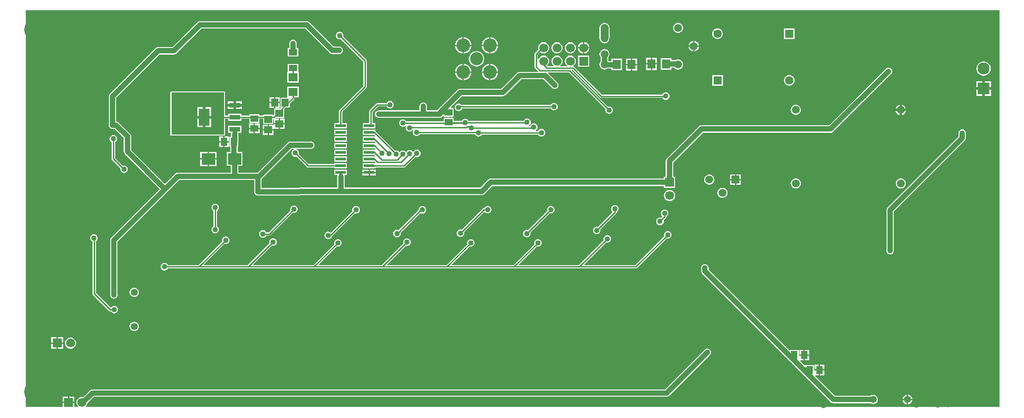
<source format=gbl>
G04*
G04 #@! TF.GenerationSoftware,Altium Limited,Altium Designer,19.1.8 (144)*
G04*
G04 Layer_Physical_Order=2*
G04 Layer_Color=16711680*
%FSLAX25Y25*%
%MOIN*%
G70*
G01*
G75*
%ADD12C,0.02362*%
%ADD57R,0.07087X0.06299*%
%ADD71R,0.06299X0.07087*%
%ADD73R,0.05118X0.05906*%
%ADD76R,0.08465X0.03740*%
%ADD77R,0.08465X0.12795*%
%ADD82R,0.05906X0.05118*%
%ADD84C,0.03937*%
%ADD85C,0.00906*%
%ADD88C,0.05906*%
%ADD92C,0.03740*%
%ADD97C,0.06693*%
%ADD98R,0.06693X0.06693*%
%ADD99C,0.05315*%
%ADD100R,0.09055X0.09055*%
%ADD101C,0.09055*%
%ADD102R,0.06693X0.06693*%
%ADD103R,0.05906X0.05906*%
%ADD104C,0.05906*%
%ADD105C,0.06299*%
%ADD106R,0.06299X0.06299*%
%ADD107C,0.09843*%
%ADD108C,0.10236*%
%ADD109C,0.04000*%
%ADD110C,0.15748*%
%ADD111R,0.05512X0.05906*%
%ADD112R,0.05906X0.05512*%
%ADD113R,0.06299X0.04724*%
%ADD114R,0.10236X0.08661*%
%ADD115R,0.07874X0.02362*%
G36*
X735137Y-298764D02*
X50268D01*
X50134Y-298264D01*
X50737Y-297479D01*
X51153Y-296473D01*
X51192Y-296183D01*
X56086Y-291289D01*
X485327D01*
X486047Y-291194D01*
X486717Y-290916D01*
X487293Y-290475D01*
X517624Y-260144D01*
X517817Y-259996D01*
X518263Y-259413D01*
X518544Y-258735D01*
X518640Y-258008D01*
X518544Y-257280D01*
X518263Y-256602D01*
X517817Y-256019D01*
X517235Y-255573D01*
X516556Y-255292D01*
X515829Y-255196D01*
X515101Y-255292D01*
X514423Y-255573D01*
X513841Y-256019D01*
X513693Y-256213D01*
X484176Y-285729D01*
X54935D01*
X54215Y-285824D01*
X54215Y-285824D01*
X53545Y-286102D01*
X53211Y-286358D01*
X52969Y-286543D01*
X48153Y-291359D01*
X47126Y-291224D01*
X46047Y-291366D01*
X45041Y-291783D01*
X44178Y-292445D01*
X43515Y-293309D01*
X43099Y-294315D01*
X42957Y-295394D01*
X43099Y-296473D01*
X43515Y-297479D01*
X44118Y-298264D01*
X43984Y-298764D01*
X41472D01*
Y-295894D01*
X32779D01*
Y-298764D01*
X4957D01*
Y-1084D01*
X735137D01*
Y-298764D01*
D02*
G37*
%LPC*%
G36*
X493961Y-10609D02*
X492985Y-10737D01*
X492075Y-11114D01*
X491293Y-11714D01*
X490694Y-12495D01*
X490317Y-13405D01*
X490189Y-14381D01*
X490317Y-15358D01*
X490694Y-16267D01*
X491293Y-17049D01*
X492075Y-17648D01*
X492985Y-18025D01*
X493961Y-18154D01*
X494937Y-18025D01*
X495847Y-17648D01*
X496629Y-17049D01*
X497228Y-16267D01*
X497605Y-15358D01*
X497733Y-14381D01*
X497605Y-13405D01*
X497228Y-12495D01*
X496629Y-11714D01*
X495847Y-11114D01*
X494937Y-10737D01*
X493961Y-10609D01*
D02*
G37*
G36*
X581315Y-14863D02*
X573441D01*
Y-22737D01*
X581315D01*
Y-14863D01*
D02*
G37*
G36*
X523573Y-14803D02*
X522545Y-14939D01*
X521587Y-15336D01*
X520765Y-15967D01*
X520134Y-16789D01*
X519737Y-17747D01*
X519602Y-18774D01*
X519737Y-19802D01*
X520134Y-20760D01*
X520765Y-21582D01*
X521587Y-22213D01*
X522545Y-22610D01*
X523573Y-22745D01*
X524601Y-22610D01*
X525558Y-22213D01*
X526381Y-21582D01*
X527012Y-20760D01*
X527409Y-19802D01*
X527544Y-18774D01*
X527409Y-17747D01*
X527012Y-16789D01*
X526381Y-15967D01*
X525558Y-15336D01*
X524601Y-14939D01*
X523573Y-14803D01*
D02*
G37*
G36*
X438843Y-10609D02*
X437867Y-10737D01*
X436957Y-11114D01*
X436175Y-11714D01*
X435576Y-12495D01*
X435199Y-13405D01*
X435071Y-14381D01*
Y-22255D01*
X435199Y-23232D01*
X435576Y-24141D01*
X436175Y-24923D01*
X436957Y-25522D01*
X437867Y-25899D01*
X438843Y-26028D01*
X439819Y-25899D01*
X440729Y-25522D01*
X441510Y-24923D01*
X442110Y-24141D01*
X442487Y-23232D01*
X442615Y-22255D01*
Y-14381D01*
X442487Y-13405D01*
X442110Y-12495D01*
X441510Y-11714D01*
X440729Y-11114D01*
X439819Y-10737D01*
X438843Y-10609D01*
D02*
G37*
G36*
X353357Y-21536D02*
Y-27134D01*
X358955D01*
X358886Y-26435D01*
X358536Y-25282D01*
X357968Y-24219D01*
X357204Y-23287D01*
X356272Y-22523D01*
X355209Y-21955D01*
X354056Y-21605D01*
X353357Y-21536D01*
D02*
G37*
G36*
X333357D02*
Y-27134D01*
X338955D01*
X338886Y-26435D01*
X338536Y-25282D01*
X337968Y-24219D01*
X337204Y-23287D01*
X336272Y-22523D01*
X335209Y-21955D01*
X334056Y-21605D01*
X333357Y-21536D01*
D02*
G37*
G36*
X352357D02*
X351657Y-21605D01*
X350504Y-21955D01*
X349441Y-22523D01*
X348510Y-23287D01*
X347745Y-24219D01*
X347177Y-25282D01*
X346827Y-26435D01*
X346758Y-27134D01*
X352357D01*
Y-21536D01*
D02*
G37*
G36*
X332357D02*
X331657Y-21605D01*
X330504Y-21955D01*
X329441Y-22523D01*
X328510Y-23287D01*
X327745Y-24219D01*
X327177Y-25282D01*
X326827Y-26435D01*
X326758Y-27134D01*
X332357D01*
Y-21536D01*
D02*
G37*
G36*
X506272Y-24240D02*
Y-27661D01*
X509693D01*
X509623Y-27129D01*
X509225Y-26167D01*
X508591Y-25341D01*
X507765Y-24708D01*
X506804Y-24310D01*
X506272Y-24240D01*
D02*
G37*
G36*
X505272D02*
X504740Y-24310D01*
X503779Y-24708D01*
X502953Y-25341D01*
X502319Y-26167D01*
X501921Y-27129D01*
X501851Y-27661D01*
X505272D01*
Y-24240D01*
D02*
G37*
G36*
X423696Y-25040D02*
Y-28858D01*
X427514D01*
X427431Y-28223D01*
X426993Y-27166D01*
X426296Y-26258D01*
X425388Y-25561D01*
X424331Y-25123D01*
X423696Y-25040D01*
D02*
G37*
G36*
X422696Y-25040D02*
X422061Y-25123D01*
X421004Y-25561D01*
X420096Y-26258D01*
X419399Y-27166D01*
X418961Y-28223D01*
X418878Y-28858D01*
X422696D01*
Y-25040D01*
D02*
G37*
G36*
X509693Y-28661D02*
X506272D01*
Y-32082D01*
X506804Y-32012D01*
X507765Y-31613D01*
X508591Y-30980D01*
X509225Y-30154D01*
X509623Y-29193D01*
X509693Y-28661D01*
D02*
G37*
G36*
X505272D02*
X501851D01*
X501921Y-29193D01*
X502319Y-30154D01*
X502953Y-30980D01*
X503779Y-31613D01*
X504740Y-32012D01*
X505272Y-32082D01*
Y-28661D01*
D02*
G37*
G36*
X413196Y-25188D02*
X412117Y-25330D01*
X411111Y-25747D01*
X410248Y-26410D01*
X409585Y-27273D01*
X409169Y-28279D01*
X409026Y-29358D01*
X409169Y-30437D01*
X409585Y-31443D01*
X410248Y-32306D01*
X411111Y-32969D01*
X412117Y-33385D01*
X413196Y-33527D01*
X414275Y-33385D01*
X415281Y-32969D01*
X416144Y-32306D01*
X416807Y-31443D01*
X417224Y-30437D01*
X417366Y-29358D01*
X417224Y-28279D01*
X416807Y-27273D01*
X416144Y-26410D01*
X415281Y-25747D01*
X414275Y-25330D01*
X413196Y-25188D01*
D02*
G37*
G36*
X403196D02*
X402117Y-25330D01*
X401111Y-25747D01*
X400248Y-26410D01*
X399585Y-27273D01*
X399169Y-28279D01*
X399026Y-29358D01*
X399169Y-30437D01*
X399585Y-31443D01*
X400248Y-32306D01*
X401111Y-32969D01*
X402117Y-33385D01*
X403196Y-33527D01*
X404275Y-33385D01*
X405281Y-32969D01*
X406144Y-32306D01*
X406807Y-31443D01*
X407224Y-30437D01*
X407366Y-29358D01*
X407224Y-28279D01*
X406807Y-27273D01*
X406144Y-26410D01*
X405281Y-25747D01*
X404275Y-25330D01*
X403196Y-25188D01*
D02*
G37*
G36*
X393196D02*
X392117Y-25330D01*
X391111Y-25747D01*
X390248Y-26410D01*
X389585Y-27273D01*
X389169Y-28279D01*
X389026Y-29358D01*
X389169Y-30437D01*
X389237Y-30602D01*
X386633Y-33205D01*
X386359Y-33615D01*
X386263Y-34099D01*
Y-43611D01*
X386359Y-44094D01*
X386633Y-44505D01*
X389055Y-46927D01*
X388864Y-47388D01*
X375366D01*
X374647Y-47483D01*
X373976Y-47761D01*
X373643Y-48017D01*
X373401Y-48202D01*
X365449Y-56154D01*
X365256Y-56302D01*
X365108Y-56495D01*
X361518Y-60085D01*
X330828D01*
X330108Y-60180D01*
X330022Y-60215D01*
X329844Y-60239D01*
X329173Y-60516D01*
X328598Y-60958D01*
X313977Y-75579D01*
X313536Y-76154D01*
X313486Y-76275D01*
X313466Y-76294D01*
X305710D01*
Y-73460D01*
X305742Y-73219D01*
X305646Y-72491D01*
X305365Y-71813D01*
X304919Y-71231D01*
X304336Y-70784D01*
X303658Y-70503D01*
X302931Y-70407D01*
X302203Y-70503D01*
X301525Y-70784D01*
X300943Y-71231D01*
X300496Y-71813D01*
X300215Y-72491D01*
X300119Y-73219D01*
X300151Y-73460D01*
Y-76294D01*
X269827D01*
X269586Y-76263D01*
X268858Y-76358D01*
X268180Y-76639D01*
X267598Y-77086D01*
X267151Y-77668D01*
X266870Y-78346D01*
X266774Y-79074D01*
X266870Y-79802D01*
X267151Y-80480D01*
X267598Y-81062D01*
X268180Y-81509D01*
X268858Y-81790D01*
X269586Y-81885D01*
X269827Y-81854D01*
X315103D01*
X315317Y-81882D01*
X316045Y-81786D01*
X316723Y-81505D01*
X317305Y-81059D01*
X317752Y-80476D01*
X317760Y-80458D01*
X318260Y-80557D01*
Y-81106D01*
X325740D01*
Y-74413D01*
X323863D01*
X323672Y-73951D01*
X331920Y-65703D01*
X362610D01*
X363330Y-65609D01*
X364000Y-65331D01*
X364576Y-64889D01*
X364633Y-64831D01*
X364635Y-64830D01*
X364635Y-64830D01*
X364635Y-64830D01*
X369039Y-60426D01*
X369232Y-60278D01*
X369380Y-60085D01*
X376518Y-52948D01*
X393116D01*
X399410Y-59242D01*
X399558Y-59435D01*
X400141Y-59882D01*
X400819Y-60163D01*
X401546Y-60258D01*
X402274Y-60163D01*
X402952Y-59882D01*
X403535Y-59435D01*
X403981Y-58853D01*
X404262Y-58175D01*
X404358Y-57447D01*
X404262Y-56719D01*
X403981Y-56041D01*
X403535Y-55459D01*
X403341Y-55311D01*
X396357Y-48326D01*
X396531Y-47826D01*
X412060D01*
X439585Y-75351D01*
X439526Y-75492D01*
X439430Y-76220D01*
X439526Y-76947D01*
X439807Y-77625D01*
X440254Y-78208D01*
X440836Y-78654D01*
X441514Y-78935D01*
X442242Y-79031D01*
X442969Y-78935D01*
X443647Y-78654D01*
X444230Y-78208D01*
X444676Y-77625D01*
X444957Y-76947D01*
X445053Y-76220D01*
X444957Y-75492D01*
X444676Y-74814D01*
X444230Y-74232D01*
X443647Y-73785D01*
X442969Y-73504D01*
X442242Y-73408D01*
X441514Y-73504D01*
X441373Y-73563D01*
X414205Y-46395D01*
X414391Y-45919D01*
X414768Y-45878D01*
X435509Y-66619D01*
X435919Y-66893D01*
X436403Y-66990D01*
X482337D01*
X482368Y-67064D01*
X482814Y-67646D01*
X483397Y-68093D01*
X484075Y-68374D01*
X484802Y-68469D01*
X485530Y-68374D01*
X486208Y-68093D01*
X486790Y-67646D01*
X487237Y-67064D01*
X487518Y-66386D01*
X487614Y-65658D01*
X487518Y-64930D01*
X487237Y-64252D01*
X486790Y-63670D01*
X486208Y-63223D01*
X485530Y-62942D01*
X484802Y-62846D01*
X484075Y-62942D01*
X483397Y-63223D01*
X482814Y-63670D01*
X482368Y-64252D01*
X482281Y-64461D01*
X436927D01*
X416150Y-43684D01*
X415739Y-43410D01*
X415556Y-43373D01*
X415447Y-42842D01*
X416144Y-42306D01*
X416807Y-41443D01*
X417224Y-40437D01*
X417366Y-39358D01*
X417224Y-38279D01*
X416807Y-37273D01*
X416144Y-36410D01*
X415281Y-35747D01*
X414275Y-35330D01*
X413196Y-35188D01*
X412117Y-35330D01*
X411111Y-35747D01*
X410248Y-36410D01*
X409585Y-37273D01*
X409169Y-38279D01*
X409026Y-39358D01*
X409169Y-40437D01*
X409585Y-41443D01*
X410248Y-42306D01*
X410909Y-42814D01*
X410739Y-43314D01*
X405653D01*
X405483Y-42814D01*
X406144Y-42306D01*
X406807Y-41443D01*
X407224Y-40437D01*
X407366Y-39358D01*
X407224Y-38279D01*
X406807Y-37273D01*
X406144Y-36410D01*
X405281Y-35747D01*
X404275Y-35330D01*
X403196Y-35188D01*
X402117Y-35330D01*
X401111Y-35747D01*
X400248Y-36410D01*
X399585Y-37273D01*
X399169Y-38279D01*
X399026Y-39358D01*
X399169Y-40437D01*
X399585Y-41443D01*
X400248Y-42306D01*
X400909Y-42814D01*
X400739Y-43314D01*
X396226D01*
X395897Y-42972D01*
X395933Y-42468D01*
X396144Y-42306D01*
X396807Y-41443D01*
X397223Y-40437D01*
X397366Y-39358D01*
X397223Y-38279D01*
X396807Y-37273D01*
X396144Y-36410D01*
X395281Y-35747D01*
X394275Y-35330D01*
X393196Y-35188D01*
X392117Y-35330D01*
X391111Y-35747D01*
X390248Y-36410D01*
X389585Y-37273D01*
X389292Y-37981D01*
X388792Y-37881D01*
Y-34623D01*
X390735Y-32680D01*
X391111Y-32969D01*
X392117Y-33385D01*
X393196Y-33527D01*
X394275Y-33385D01*
X395281Y-32969D01*
X396144Y-32306D01*
X396807Y-31443D01*
X397223Y-30437D01*
X397366Y-29358D01*
X397223Y-28279D01*
X396807Y-27273D01*
X396144Y-26410D01*
X395281Y-25747D01*
X394275Y-25330D01*
X393196Y-25188D01*
D02*
G37*
G36*
X422696Y-29858D02*
X418878D01*
X418961Y-30492D01*
X419399Y-31550D01*
X420096Y-32458D01*
X421004Y-33154D01*
X422061Y-33593D01*
X422696Y-33676D01*
Y-29858D01*
D02*
G37*
G36*
X427514D02*
X423696D01*
Y-33676D01*
X424331Y-33593D01*
X425388Y-33154D01*
X426296Y-32458D01*
X426993Y-31550D01*
X427431Y-30492D01*
X427514Y-29858D01*
D02*
G37*
G36*
X358955Y-28134D02*
X353357D01*
Y-33733D01*
X354056Y-33664D01*
X355209Y-33314D01*
X356272Y-32746D01*
X357204Y-31981D01*
X357968Y-31050D01*
X358536Y-29987D01*
X358886Y-28834D01*
X358955Y-28134D01*
D02*
G37*
G36*
X338955D02*
X333357D01*
Y-33733D01*
X334056Y-33664D01*
X335209Y-33314D01*
X336272Y-32746D01*
X337204Y-31981D01*
X337968Y-31050D01*
X338536Y-29987D01*
X338886Y-28834D01*
X338955Y-28134D01*
D02*
G37*
G36*
X352357D02*
X346758D01*
X346827Y-28834D01*
X347177Y-29987D01*
X347745Y-31050D01*
X348510Y-31981D01*
X349441Y-32746D01*
X350504Y-33314D01*
X351657Y-33664D01*
X352357Y-33733D01*
Y-28134D01*
D02*
G37*
G36*
X332357D02*
X326758D01*
X326827Y-28834D01*
X327177Y-29987D01*
X327745Y-31050D01*
X328510Y-31981D01*
X329441Y-32746D01*
X330504Y-33314D01*
X331657Y-33664D01*
X332357Y-33733D01*
Y-28134D01*
D02*
G37*
G36*
X215655Y-9412D02*
X135568D01*
X134848Y-9507D01*
X134178Y-9785D01*
X133602Y-10226D01*
X115001Y-28828D01*
X104215D01*
X103495Y-28923D01*
X102825Y-29200D01*
X102249Y-29642D01*
X68064Y-63827D01*
X67622Y-64403D01*
X67345Y-65073D01*
X67250Y-65793D01*
Y-87170D01*
X67218Y-87411D01*
X67314Y-88139D01*
X67595Y-88817D01*
X68041Y-89399D01*
X68624Y-89846D01*
X69302Y-90127D01*
X70029Y-90223D01*
X70271Y-90191D01*
X71488D01*
X78460Y-97162D01*
Y-107286D01*
X78554Y-108005D01*
X78832Y-108676D01*
X79274Y-109251D01*
X105157Y-135134D01*
X105157Y-135634D01*
X69050Y-171741D01*
X68608Y-172317D01*
X68330Y-172987D01*
X68236Y-173706D01*
Y-214655D01*
X68204Y-214896D01*
X68300Y-215624D01*
X68581Y-216302D01*
X69027Y-216884D01*
X69610Y-217331D01*
X70288Y-217612D01*
X71015Y-217707D01*
X71743Y-217612D01*
X72421Y-217331D01*
X73003Y-216884D01*
X73450Y-216302D01*
X73731Y-215624D01*
X73827Y-214896D01*
X73795Y-214655D01*
Y-174858D01*
X111303Y-137350D01*
X120009Y-128644D01*
X176210D01*
Y-137125D01*
X176179Y-137366D01*
X176275Y-138094D01*
X176555Y-138772D01*
X177002Y-139355D01*
X177584Y-139801D01*
X178262Y-140082D01*
X178990Y-140178D01*
X179241Y-140145D01*
X241217Y-139832D01*
X346761D01*
X347002Y-139863D01*
X347730Y-139768D01*
X348408Y-139487D01*
X348990Y-139040D01*
X349138Y-138847D01*
X354910Y-133076D01*
X483437D01*
Y-134430D01*
X491705D01*
Y-126162D01*
X490351D01*
Y-115472D01*
X512687Y-93136D01*
X608476D01*
X609195Y-93041D01*
X609865Y-92764D01*
X610441Y-92322D01*
X653552Y-49211D01*
X653746Y-49062D01*
X654192Y-48480D01*
X654473Y-47802D01*
X654569Y-47074D01*
X654473Y-46347D01*
X654192Y-45669D01*
X653746Y-45086D01*
X653163Y-44640D01*
X652485Y-44359D01*
X651757Y-44263D01*
X651030Y-44359D01*
X650352Y-44640D01*
X649769Y-45086D01*
X649621Y-45279D01*
X607324Y-87577D01*
X511535D01*
X510816Y-87671D01*
X510146Y-87949D01*
X509570Y-88391D01*
X485605Y-112355D01*
X485164Y-112931D01*
X484886Y-113601D01*
X484791Y-114321D01*
Y-126162D01*
X483437D01*
Y-127516D01*
X353758D01*
X353039Y-127611D01*
X352368Y-127889D01*
X351793Y-128331D01*
X345851Y-134272D01*
X243990D01*
Y-126059D01*
X243901Y-125378D01*
X243917Y-125233D01*
X244154Y-124878D01*
X245809D01*
Y-120941D01*
X241239D01*
X241004Y-120904D01*
X240851Y-120941D01*
X236360D01*
Y-124878D01*
X238267D01*
X238504Y-125233D01*
X238521Y-125378D01*
X238431Y-126059D01*
Y-134286D01*
X182124Y-134571D01*
X181770Y-134218D01*
Y-127934D01*
X204451Y-105253D01*
X205808D01*
X205908Y-105753D01*
X205566Y-105894D01*
X204984Y-106341D01*
X204537Y-106923D01*
X204256Y-107601D01*
X204161Y-108329D01*
X204256Y-109057D01*
X204537Y-109735D01*
X204984Y-110317D01*
X205566Y-110764D01*
X206244Y-111045D01*
X206972Y-111141D01*
X207700Y-111045D01*
X207841Y-110986D01*
X215659Y-118804D01*
X216069Y-119078D01*
X216553Y-119174D01*
X236360D01*
Y-119878D01*
X245809D01*
Y-115941D01*
X236360D01*
Y-116645D01*
X217076D01*
X209629Y-109198D01*
X209688Y-109057D01*
X209784Y-108329D01*
X209688Y-107601D01*
X209407Y-106923D01*
X208960Y-106341D01*
X208378Y-105894D01*
X208036Y-105753D01*
X208136Y-105253D01*
X218323D01*
X218565Y-105285D01*
X219292Y-105189D01*
X219970Y-104908D01*
X220553Y-104461D01*
X220999Y-103879D01*
X221280Y-103201D01*
X221376Y-102473D01*
X221280Y-101746D01*
X220999Y-101067D01*
X220553Y-100485D01*
X219970Y-100038D01*
X219292Y-99758D01*
X218565Y-99662D01*
X218323Y-99694D01*
X203300D01*
X202581Y-99788D01*
X201910Y-100066D01*
X201335Y-100508D01*
X178758Y-123084D01*
X164338D01*
Y-117865D01*
X167464D01*
Y-107628D01*
X163884D01*
Y-103689D01*
X164450D01*
Y-96208D01*
X164378D01*
Y-94310D01*
X164288Y-93629D01*
X164296Y-93561D01*
X164481Y-93129D01*
X166618D01*
Y-87814D01*
X161772D01*
X161598Y-87791D01*
X161424Y-87814D01*
X156578D01*
Y-93129D01*
X158715D01*
X158900Y-93561D01*
X158908Y-93629D01*
X158818Y-94310D01*
Y-96208D01*
X157757D01*
Y-103689D01*
X158324D01*
Y-107628D01*
X155653D01*
Y-117865D01*
X158779D01*
Y-123084D01*
X118858D01*
X118138Y-123179D01*
X117726Y-123350D01*
X117468Y-123457D01*
X117468Y-123457D01*
X116892Y-123898D01*
X109588Y-131203D01*
X109088D01*
X84019Y-106134D01*
Y-96011D01*
X83924Y-95292D01*
X83647Y-94621D01*
X83205Y-94046D01*
X74605Y-85445D01*
X74029Y-85004D01*
X73359Y-84726D01*
X72809Y-84654D01*
Y-66944D01*
X105366Y-34387D01*
X115911D01*
X116152Y-34419D01*
X116880Y-34323D01*
X117558Y-34042D01*
X118140Y-33595D01*
X118288Y-33402D01*
X136719Y-14971D01*
X214504D01*
X232809Y-33277D01*
X233385Y-33719D01*
X234055Y-33996D01*
X234775Y-34091D01*
X239589D01*
X239830Y-34123D01*
X240558Y-34027D01*
X241236Y-33746D01*
X241818Y-33299D01*
X242265Y-32717D01*
X242546Y-32039D01*
X242641Y-31311D01*
X242546Y-30584D01*
X242265Y-29906D01*
X241818Y-29323D01*
X241236Y-28877D01*
X240558Y-28596D01*
X239830Y-28500D01*
X239589Y-28532D01*
X235926D01*
X217621Y-10226D01*
X217045Y-9785D01*
X216374Y-9507D01*
X215655Y-9412D01*
D02*
G37*
G36*
X205258Y-23302D02*
X204530Y-23398D01*
X203852Y-23679D01*
X203270Y-24126D01*
X202823Y-24708D01*
X202542Y-25386D01*
X202446Y-26114D01*
X202542Y-26841D01*
X202564Y-26895D01*
Y-29613D01*
X201407D01*
Y-35912D01*
X209281D01*
Y-29613D01*
X208123D01*
Y-26200D01*
X208029Y-25481D01*
X207751Y-24810D01*
X207715Y-24764D01*
X207692Y-24708D01*
X207245Y-24126D01*
X206663Y-23679D01*
X205985Y-23398D01*
X205258Y-23302D01*
D02*
G37*
G36*
X478138Y-36957D02*
X474488D01*
Y-41000D01*
X478138D01*
Y-36957D01*
D02*
G37*
G36*
X473488D02*
X469839D01*
Y-41000D01*
X473488D01*
Y-36957D01*
D02*
G37*
G36*
X463161Y-37457D02*
X459512D01*
Y-41500D01*
X463161D01*
Y-37457D01*
D02*
G37*
G36*
X458512D02*
X454862D01*
Y-41500D01*
X458512D01*
Y-37457D01*
D02*
G37*
G36*
X342857Y-31876D02*
X341366Y-32072D01*
X339978Y-32648D01*
X338785Y-33563D01*
X337870Y-34755D01*
X337295Y-36144D01*
X337099Y-37634D01*
X337295Y-39125D01*
X337870Y-40513D01*
X338785Y-41706D01*
X339978Y-42621D01*
X341366Y-43196D01*
X342857Y-43392D01*
X344347Y-43196D01*
X345736Y-42621D01*
X346928Y-41706D01*
X347843Y-40513D01*
X348418Y-39125D01*
X348615Y-37634D01*
X348418Y-36144D01*
X347843Y-34755D01*
X346928Y-33563D01*
X345736Y-32648D01*
X344347Y-32072D01*
X342857Y-31876D01*
D02*
G37*
G36*
X427330Y-35224D02*
X419062D01*
Y-43492D01*
X427330D01*
Y-35224D01*
D02*
G37*
G36*
X488949Y-37169D02*
X481075D01*
Y-45831D01*
X488949D01*
Y-44218D01*
X490995D01*
X491293Y-44608D01*
X492075Y-45207D01*
X492985Y-45584D01*
X493961Y-45713D01*
X494937Y-45584D01*
X495847Y-45207D01*
X496629Y-44608D01*
X497228Y-43826D01*
X497605Y-42917D01*
X497733Y-41940D01*
X497605Y-40964D01*
X497228Y-40054D01*
X496629Y-39273D01*
X495847Y-38673D01*
X494937Y-38296D01*
X493961Y-38168D01*
X492985Y-38296D01*
X492109Y-38659D01*
X488949D01*
Y-37169D01*
D02*
G37*
G36*
X478138Y-42000D02*
X474488D01*
Y-46043D01*
X478138D01*
Y-42000D01*
D02*
G37*
G36*
X473488D02*
X469839D01*
Y-46043D01*
X473488D01*
Y-42000D01*
D02*
G37*
G36*
X438843Y-30294D02*
X437867Y-30422D01*
X436957Y-30799D01*
X436175Y-31399D01*
X435576Y-32180D01*
X435199Y-33090D01*
X435071Y-34066D01*
X435199Y-35043D01*
X435576Y-35952D01*
X436063Y-36588D01*
Y-39419D01*
X435576Y-40054D01*
X435199Y-40964D01*
X435071Y-41940D01*
X435199Y-42917D01*
X435576Y-43826D01*
X436175Y-44608D01*
X436957Y-45207D01*
X437867Y-45584D01*
X438843Y-45713D01*
X439819Y-45584D01*
X440729Y-45207D01*
X440993Y-45004D01*
X444051D01*
Y-46331D01*
X451925D01*
Y-37669D01*
X444051D01*
Y-39445D01*
X441643D01*
X441623Y-39419D01*
Y-36588D01*
X442110Y-35952D01*
X442487Y-35043D01*
X442615Y-34066D01*
X442487Y-33090D01*
X442110Y-32180D01*
X441510Y-31399D01*
X440729Y-30799D01*
X439819Y-30422D01*
X438843Y-30294D01*
D02*
G37*
G36*
X463161Y-42500D02*
X459512D01*
Y-46543D01*
X463161D01*
Y-42500D01*
D02*
G37*
G36*
X458512D02*
X454862D01*
Y-46543D01*
X458512D01*
Y-42500D01*
D02*
G37*
G36*
X353357Y-41536D02*
Y-47134D01*
X358955D01*
X358886Y-46435D01*
X358536Y-45282D01*
X357968Y-44219D01*
X357204Y-43287D01*
X356272Y-42523D01*
X355209Y-41954D01*
X354056Y-41605D01*
X353357Y-41536D01*
D02*
G37*
G36*
X333357D02*
Y-47134D01*
X338955D01*
X338886Y-46435D01*
X338536Y-45282D01*
X337968Y-44219D01*
X337204Y-43287D01*
X336272Y-42523D01*
X335209Y-41954D01*
X334056Y-41605D01*
X333357Y-41536D01*
D02*
G37*
G36*
X352357D02*
X351657Y-41605D01*
X350504Y-41954D01*
X349441Y-42523D01*
X348510Y-43287D01*
X347745Y-44219D01*
X347177Y-45282D01*
X346827Y-46435D01*
X346758Y-47134D01*
X352357D01*
Y-41536D01*
D02*
G37*
G36*
X332357D02*
X331657Y-41605D01*
X330504Y-41954D01*
X329441Y-42523D01*
X328510Y-43287D01*
X327745Y-44219D01*
X327177Y-45282D01*
X326827Y-46435D01*
X326758Y-47134D01*
X332357D01*
Y-41536D01*
D02*
G37*
G36*
X723025Y-39650D02*
X721638Y-39833D01*
X720345Y-40368D01*
X719235Y-41220D01*
X718383Y-42331D01*
X717847Y-43624D01*
X717664Y-45011D01*
X717847Y-46398D01*
X718383Y-47691D01*
X719235Y-48802D01*
X720345Y-49654D01*
X721638Y-50189D01*
X723025Y-50372D01*
X724413Y-50189D01*
X725706Y-49654D01*
X726816Y-48802D01*
X727668Y-47691D01*
X728203Y-46398D01*
X728386Y-45011D01*
X728203Y-43624D01*
X727668Y-42331D01*
X726816Y-41220D01*
X725706Y-40368D01*
X724413Y-39833D01*
X723025Y-39650D01*
D02*
G37*
G36*
X358955Y-48134D02*
X353357D01*
Y-53733D01*
X354056Y-53664D01*
X355209Y-53314D01*
X356272Y-52746D01*
X357204Y-51981D01*
X357968Y-51050D01*
X358536Y-49987D01*
X358886Y-48834D01*
X358955Y-48134D01*
D02*
G37*
G36*
X338955D02*
X333357D01*
Y-53733D01*
X334056Y-53664D01*
X335209Y-53314D01*
X336272Y-52746D01*
X337204Y-51981D01*
X337968Y-51050D01*
X338536Y-49987D01*
X338886Y-48834D01*
X338955Y-48134D01*
D02*
G37*
G36*
X352357D02*
X346758D01*
X346827Y-48834D01*
X347177Y-49987D01*
X347745Y-51050D01*
X348510Y-51981D01*
X349441Y-52746D01*
X350504Y-53314D01*
X351657Y-53664D01*
X352357Y-53733D01*
Y-48134D01*
D02*
G37*
G36*
X332357D02*
X326758D01*
X326827Y-48834D01*
X327177Y-49987D01*
X327745Y-51050D01*
X328510Y-51981D01*
X329441Y-52746D01*
X330504Y-53314D01*
X331657Y-53664D01*
X332357Y-53733D01*
Y-48134D01*
D02*
G37*
G36*
X209281Y-41424D02*
X201407D01*
Y-47605D01*
X200830D01*
Y-55479D01*
X209492D01*
Y-47605D01*
X209281D01*
Y-41424D01*
D02*
G37*
G36*
X527510Y-49837D02*
X519636D01*
Y-57711D01*
X527510D01*
Y-49837D01*
D02*
G37*
G36*
X577378Y-49829D02*
X576350Y-49964D01*
X575392Y-50361D01*
X574570Y-50992D01*
X573939Y-51815D01*
X573542Y-52772D01*
X573407Y-53800D01*
X573542Y-54828D01*
X573939Y-55786D01*
X574570Y-56608D01*
X575392Y-57239D01*
X576350Y-57636D01*
X577378Y-57771D01*
X578405Y-57636D01*
X579363Y-57239D01*
X580186Y-56608D01*
X580817Y-55786D01*
X581213Y-54828D01*
X581349Y-53800D01*
X581213Y-52772D01*
X580817Y-51815D01*
X580186Y-50992D01*
X579363Y-50361D01*
X578405Y-49964D01*
X577378Y-49829D01*
D02*
G37*
G36*
X728553Y-54483D02*
X724025D01*
Y-59011D01*
X728553D01*
Y-54483D01*
D02*
G37*
G36*
X722025D02*
X717498D01*
Y-59011D01*
X722025D01*
Y-54483D01*
D02*
G37*
G36*
X728553Y-61011D02*
X724025D01*
Y-65539D01*
X728553D01*
Y-61011D01*
D02*
G37*
G36*
X722025D02*
X717498D01*
Y-65539D01*
X722025D01*
Y-61011D01*
D02*
G37*
G36*
X195256Y-66547D02*
X192000D01*
Y-70000D01*
X195256D01*
Y-66547D01*
D02*
G37*
G36*
X191000D02*
X187744D01*
Y-70000D01*
X191000D01*
Y-66547D01*
D02*
G37*
G36*
X166830Y-69491D02*
X162598D01*
Y-71361D01*
X166830D01*
Y-69491D01*
D02*
G37*
G36*
X160598D02*
X156366D01*
Y-71361D01*
X160598D01*
Y-69491D01*
D02*
G37*
G36*
X401056Y-70717D02*
X400329Y-70813D01*
X399651Y-71094D01*
X399068Y-71540D01*
X398622Y-72123D01*
X398563Y-72264D01*
X331551D01*
X331404Y-72072D01*
X330821Y-71626D01*
X330143Y-71345D01*
X329416Y-71249D01*
X328688Y-71345D01*
X328010Y-71626D01*
X327428Y-72072D01*
X326981Y-72654D01*
X326700Y-73333D01*
X326604Y-74060D01*
X326700Y-74788D01*
X326981Y-75466D01*
X327428Y-76048D01*
X328010Y-76495D01*
X328688Y-76776D01*
X329416Y-76872D01*
X330143Y-76776D01*
X330821Y-76495D01*
X331404Y-76048D01*
X331851Y-75466D01*
X332129Y-74793D01*
X398563D01*
X398622Y-74934D01*
X399068Y-75516D01*
X399651Y-75963D01*
X400329Y-76244D01*
X401056Y-76340D01*
X401784Y-76244D01*
X402462Y-75963D01*
X403044Y-75516D01*
X403491Y-74934D01*
X403772Y-74256D01*
X403868Y-73528D01*
X403772Y-72801D01*
X403491Y-72123D01*
X403044Y-71540D01*
X402462Y-71094D01*
X401784Y-70813D01*
X401056Y-70717D01*
D02*
G37*
G36*
X209492Y-58629D02*
X200830D01*
Y-66503D01*
X200437Y-66760D01*
X195831D01*
Y-74240D01*
X195831D01*
X195961Y-74554D01*
X195496Y-75020D01*
X191260D01*
Y-79255D01*
X190799Y-79716D01*
X190415Y-79557D01*
Y-79557D01*
X182935D01*
Y-80152D01*
X179980D01*
Y-79062D01*
X172500D01*
Y-80152D01*
X166618D01*
Y-78759D01*
X156578D01*
Y-80152D01*
X154346D01*
Y-62992D01*
X154285Y-62685D01*
X154111Y-62424D01*
X153850Y-62250D01*
X153543Y-62189D01*
X114173D01*
X113866Y-62250D01*
X113605Y-62424D01*
X113432Y-62685D01*
X113370Y-62992D01*
Y-94488D01*
X113432Y-94795D01*
X113605Y-95056D01*
X113866Y-95230D01*
X114173Y-95291D01*
X153543D01*
X153850Y-95230D01*
X154111Y-95056D01*
X154285Y-94795D01*
X154346Y-94488D01*
Y-82681D01*
X156578D01*
Y-84074D01*
X166618D01*
Y-82681D01*
X172500D01*
Y-85755D01*
X179980D01*
Y-82681D01*
X182935D01*
Y-86643D01*
X190415D01*
Y-83126D01*
X190487Y-83059D01*
X190953Y-83142D01*
X191037Y-83209D01*
X191047Y-83226D01*
Y-85937D01*
X194500D01*
Y-82681D01*
X192624D01*
X192363Y-82181D01*
X192416Y-82106D01*
X198740D01*
Y-75352D01*
X199852Y-74240D01*
X202917D01*
Y-71174D01*
X206055Y-68037D01*
X206329Y-67626D01*
X206425Y-67142D01*
Y-66503D01*
X209492D01*
Y-58629D01*
D02*
G37*
G36*
X195256Y-71000D02*
X192000D01*
Y-74453D01*
X195256D01*
Y-71000D01*
D02*
G37*
G36*
X191000D02*
X187744D01*
Y-74453D01*
X191000D01*
Y-71000D01*
D02*
G37*
G36*
X278016Y-69242D02*
X277289Y-69338D01*
X276610Y-69619D01*
X276028Y-70065D01*
X275581Y-70648D01*
X275523Y-70789D01*
X268787D01*
X268303Y-70885D01*
X267893Y-71159D01*
X262715Y-76337D01*
X262441Y-76748D01*
X262345Y-77232D01*
Y-85941D01*
X257620D01*
Y-89878D01*
X267069D01*
Y-85941D01*
X264874D01*
Y-77755D01*
X269311Y-73318D01*
X275523D01*
X275581Y-73459D01*
X276028Y-74041D01*
X276610Y-74488D01*
X277289Y-74769D01*
X278016Y-74865D01*
X278744Y-74769D01*
X279422Y-74488D01*
X280004Y-74041D01*
X280451Y-73459D01*
X280732Y-72781D01*
X280828Y-72053D01*
X280732Y-71326D01*
X280451Y-70648D01*
X280004Y-70065D01*
X279422Y-69619D01*
X278744Y-69338D01*
X278016Y-69242D01*
D02*
G37*
G36*
X661950Y-72138D02*
Y-74993D01*
X664805D01*
X664801Y-74961D01*
X664402Y-74000D01*
X663769Y-73174D01*
X662943Y-72541D01*
X661981Y-72142D01*
X661950Y-72138D01*
D02*
G37*
G36*
X659950D02*
X659918Y-72142D01*
X658956Y-72541D01*
X658131Y-73174D01*
X657497Y-74000D01*
X657099Y-74961D01*
X657094Y-74993D01*
X659950D01*
Y-72138D01*
D02*
G37*
G36*
X166830Y-73361D02*
X162598D01*
Y-75231D01*
X166830D01*
Y-73361D01*
D02*
G37*
G36*
X160598D02*
X156366D01*
Y-75231D01*
X160598D01*
Y-73361D01*
D02*
G37*
G36*
X582209Y-72221D02*
X581233Y-72349D01*
X580323Y-72726D01*
X579542Y-73326D01*
X578942Y-74107D01*
X578566Y-75017D01*
X578437Y-75993D01*
X578566Y-76970D01*
X578942Y-77880D01*
X579542Y-78661D01*
X580323Y-79260D01*
X581233Y-79637D01*
X582209Y-79766D01*
X583186Y-79637D01*
X584096Y-79260D01*
X584877Y-78661D01*
X585476Y-77880D01*
X585853Y-76970D01*
X585982Y-75993D01*
X585853Y-75017D01*
X585476Y-74107D01*
X584877Y-73326D01*
X584096Y-72726D01*
X583186Y-72349D01*
X582209Y-72221D01*
D02*
G37*
G36*
X664805Y-76993D02*
X661950D01*
Y-79848D01*
X661981Y-79844D01*
X662943Y-79446D01*
X663769Y-78812D01*
X664402Y-77987D01*
X664801Y-77025D01*
X664805Y-76993D01*
D02*
G37*
G36*
X659950D02*
X657094D01*
X657099Y-77025D01*
X657497Y-77987D01*
X658131Y-78812D01*
X658956Y-79446D01*
X659918Y-79844D01*
X659950Y-79848D01*
Y-76993D01*
D02*
G37*
G36*
X325740Y-81894D02*
X318260D01*
Y-84618D01*
X290251D01*
X290192Y-84477D01*
X289745Y-83894D01*
X289163Y-83447D01*
X288485Y-83167D01*
X287757Y-83071D01*
X287030Y-83167D01*
X286352Y-83447D01*
X285770Y-83894D01*
X285323Y-84477D01*
X285042Y-85155D01*
X284946Y-85882D01*
X285042Y-86610D01*
X285323Y-87288D01*
X285770Y-87870D01*
X286352Y-88317D01*
X287030Y-88598D01*
X287757Y-88694D01*
X288485Y-88598D01*
X289163Y-88317D01*
X289641Y-87950D01*
X290055Y-88258D01*
X289871Y-88701D01*
X289776Y-89429D01*
X289871Y-90157D01*
X290152Y-90835D01*
X290599Y-91417D01*
X291181Y-91864D01*
X291859Y-92145D01*
X292587Y-92241D01*
X293315Y-92145D01*
X293993Y-91864D01*
X294575Y-91417D01*
X295022Y-90835D01*
X295118Y-90603D01*
X295418Y-90603D01*
X295650Y-91102D01*
X295462Y-91347D01*
X295182Y-92025D01*
X295086Y-92753D01*
X295182Y-93480D01*
X295462Y-94159D01*
X295909Y-94741D01*
X296492Y-95187D01*
X297170Y-95468D01*
X297897Y-95564D01*
X298625Y-95468D01*
X299303Y-95187D01*
X299885Y-94741D01*
X300332Y-94159D01*
X300341Y-94137D01*
X341773D01*
X341984Y-94646D01*
X342431Y-95228D01*
X343013Y-95675D01*
X343691Y-95956D01*
X344419Y-96052D01*
X345147Y-95956D01*
X345825Y-95675D01*
X346407Y-95228D01*
X346854Y-94646D01*
X346912Y-94505D01*
X389133D01*
X389538Y-95033D01*
X390120Y-95480D01*
X390798Y-95761D01*
X391526Y-95857D01*
X392254Y-95761D01*
X392932Y-95480D01*
X393514Y-95033D01*
X393961Y-94451D01*
X394242Y-93773D01*
X394337Y-93045D01*
X394242Y-92318D01*
X393961Y-91640D01*
X393514Y-91057D01*
X392932Y-90610D01*
X392254Y-90330D01*
X391526Y-90234D01*
X390798Y-90330D01*
X390120Y-90610D01*
X389538Y-91057D01*
X389091Y-91640D01*
X388952Y-91976D01*
X387255D01*
X387155Y-91476D01*
X387227Y-91447D01*
X387809Y-91000D01*
X388256Y-90417D01*
X388537Y-89740D01*
X388632Y-89012D01*
X388537Y-88284D01*
X388256Y-87606D01*
X387809Y-87024D01*
X387227Y-86577D01*
X386548Y-86296D01*
X385821Y-86200D01*
X385093Y-86296D01*
X384415Y-86577D01*
X383833Y-87024D01*
X383386Y-87606D01*
X383120Y-88249D01*
X382554D01*
X382218Y-87805D01*
X382219Y-87749D01*
X382760Y-87334D01*
X383207Y-86752D01*
X383488Y-86074D01*
X383583Y-85346D01*
X383488Y-84618D01*
X383207Y-83940D01*
X382760Y-83358D01*
X382178Y-82911D01*
X381500Y-82630D01*
X380772Y-82535D01*
X380044Y-82630D01*
X379366Y-82911D01*
X378784Y-83358D01*
X378337Y-83940D01*
X378234Y-84189D01*
X336919D01*
X336860Y-84047D01*
X336414Y-83465D01*
X335831Y-83018D01*
X335153Y-82737D01*
X334426Y-82642D01*
X333698Y-82737D01*
X333020Y-83018D01*
X332438Y-83465D01*
X331991Y-84047D01*
X331932Y-84189D01*
X325740D01*
Y-81894D01*
D02*
G37*
G36*
X198953Y-82681D02*
X195500D01*
Y-85937D01*
X198953D01*
Y-82681D01*
D02*
G37*
G36*
X180192Y-86330D02*
X176740D01*
Y-89389D01*
X180192D01*
Y-86330D01*
D02*
G37*
G36*
X175740D02*
X172287D01*
Y-89389D01*
X175740D01*
Y-86330D01*
D02*
G37*
G36*
X240210Y-17287D02*
X239483Y-17382D01*
X238805Y-17663D01*
X238222Y-18110D01*
X237775Y-18692D01*
X237495Y-19370D01*
X237399Y-20098D01*
X237495Y-20826D01*
X237775Y-21504D01*
X238222Y-22086D01*
X238805Y-22533D01*
X239483Y-22814D01*
X240210Y-22909D01*
X240938Y-22814D01*
X241079Y-22755D01*
X258052Y-39728D01*
Y-58072D01*
X240191Y-75933D01*
X239916Y-76343D01*
X239820Y-76827D01*
Y-85941D01*
X236360D01*
Y-89878D01*
X245809D01*
Y-85941D01*
X242349D01*
Y-77350D01*
X260210Y-59490D01*
X260484Y-59079D01*
X260581Y-58596D01*
Y-39204D01*
X260484Y-38720D01*
X260210Y-38310D01*
X242867Y-20967D01*
X242926Y-20826D01*
X243022Y-20098D01*
X242926Y-19370D01*
X242645Y-18692D01*
X242198Y-18110D01*
X241616Y-17663D01*
X240938Y-17382D01*
X240210Y-17287D01*
D02*
G37*
G36*
X198953Y-86937D02*
X195500D01*
Y-90193D01*
X198953D01*
Y-86937D01*
D02*
G37*
G36*
X194500D02*
X191047D01*
Y-87023D01*
X190628Y-87218D01*
X190547Y-87218D01*
X187175D01*
Y-90474D01*
X190628D01*
Y-90388D01*
X191047Y-90193D01*
X191128Y-90193D01*
X194500D01*
Y-86937D01*
D02*
G37*
G36*
X186175Y-87218D02*
X182722D01*
Y-90474D01*
X186175D01*
Y-87218D01*
D02*
G37*
G36*
X180192Y-90389D02*
X176740D01*
Y-93448D01*
X180192D01*
Y-90389D01*
D02*
G37*
G36*
X175740D02*
X172287D01*
Y-93448D01*
X175740D01*
Y-90389D01*
D02*
G37*
G36*
X190628Y-91474D02*
X187175D01*
Y-94730D01*
X190628D01*
Y-91474D01*
D02*
G37*
G36*
X186175D02*
X182722D01*
Y-94730D01*
X186175D01*
Y-91474D01*
D02*
G37*
G36*
X245809Y-90941D02*
X236360D01*
Y-94878D01*
X245809D01*
Y-90941D01*
D02*
G37*
G36*
X157183Y-95996D02*
X154124D01*
Y-99448D01*
X157183D01*
Y-95996D01*
D02*
G37*
G36*
X153124D02*
X150065D01*
Y-99448D01*
X153124D01*
Y-95996D01*
D02*
G37*
G36*
X245809Y-95941D02*
X236360D01*
Y-99878D01*
X245809D01*
Y-95941D01*
D02*
G37*
G36*
X157183Y-100448D02*
X154124D01*
Y-103901D01*
X157183D01*
Y-100448D01*
D02*
G37*
G36*
X153124D02*
X150065D01*
Y-103901D01*
X153124D01*
Y-100448D01*
D02*
G37*
G36*
X245809Y-100941D02*
X236360D01*
Y-104878D01*
X245809D01*
Y-100941D01*
D02*
G37*
G36*
Y-105941D02*
X236360D01*
Y-109878D01*
X245809D01*
Y-105941D01*
D02*
G37*
G36*
X267069Y-90941D02*
X257620D01*
Y-94878D01*
X266433D01*
X266996Y-95441D01*
X266789Y-95941D01*
X266685Y-95941D01*
X257620D01*
Y-99878D01*
X266569D01*
X267156Y-100466D01*
X267171Y-100495D01*
X266925Y-100941D01*
X266629Y-100941D01*
X257620D01*
Y-104878D01*
X266692D01*
X267083Y-105269D01*
X267084Y-105456D01*
X266600Y-105941D01*
X257620D01*
Y-109878D01*
X266468D01*
X267031Y-110441D01*
X266824Y-110941D01*
X266670Y-110941D01*
X257620D01*
Y-114878D01*
X266533D01*
X267115Y-115460D01*
X266889Y-115941D01*
X266643Y-115941D01*
X257620D01*
Y-119878D01*
X267069D01*
Y-119174D01*
X288656D01*
X289140Y-119078D01*
X289550Y-118804D01*
X297118Y-111236D01*
X297416Y-111360D01*
X298144Y-111456D01*
X298872Y-111360D01*
X299550Y-111079D01*
X300132Y-110632D01*
X300579Y-110050D01*
X300860Y-109372D01*
X300956Y-108644D01*
X300860Y-107916D01*
X300579Y-107238D01*
X300132Y-106656D01*
X299550Y-106209D01*
X298872Y-105928D01*
X298144Y-105833D01*
X297416Y-105928D01*
X296738Y-106209D01*
X296156Y-106656D01*
X295709Y-107238D01*
X295683Y-107302D01*
X295563Y-107353D01*
X295118Y-107359D01*
X294776Y-106913D01*
X294194Y-106466D01*
X293516Y-106185D01*
X292788Y-106090D01*
X292060Y-106185D01*
X291383Y-106466D01*
X290800Y-106913D01*
X290370Y-107474D01*
X290348Y-107496D01*
X289793Y-107543D01*
X289608Y-107302D01*
X289026Y-106855D01*
X288348Y-106574D01*
X287620Y-106479D01*
X286892Y-106574D01*
X286214Y-106855D01*
X285632Y-107302D01*
X285418Y-107581D01*
X285371Y-107603D01*
X284800Y-107565D01*
X284523Y-107205D01*
X283941Y-106758D01*
X283263Y-106477D01*
X282535Y-106381D01*
X281808Y-106477D01*
X281666Y-106536D01*
X267146Y-92015D01*
X267069Y-91963D01*
Y-90941D01*
D02*
G37*
G36*
X147991Y-107416D02*
X142373D01*
Y-112246D01*
X147991D01*
Y-107416D01*
D02*
G37*
G36*
X141373D02*
X135755D01*
Y-112246D01*
X141373D01*
Y-107416D01*
D02*
G37*
G36*
X245809Y-110941D02*
X236360D01*
Y-114878D01*
X245809D01*
Y-110941D01*
D02*
G37*
G36*
X147991Y-113246D02*
X142373D01*
Y-118077D01*
X147991D01*
Y-113246D01*
D02*
G37*
G36*
X141373D02*
X135755D01*
Y-118077D01*
X141373D01*
Y-113246D01*
D02*
G37*
G36*
X267282Y-120728D02*
X262844D01*
Y-122409D01*
X267282D01*
Y-120728D01*
D02*
G37*
G36*
X261844D02*
X257407D01*
Y-122409D01*
X261844D01*
Y-120728D01*
D02*
G37*
G36*
X70620Y-94867D02*
X69892Y-94962D01*
X69214Y-95243D01*
X68632Y-95690D01*
X68185Y-96272D01*
X67904Y-96950D01*
X67808Y-97678D01*
X67904Y-98406D01*
X68185Y-99084D01*
X68632Y-99666D01*
X69214Y-100113D01*
X69355Y-100171D01*
Y-112548D01*
X69451Y-113031D01*
X69726Y-113442D01*
X75987Y-119703D01*
X75929Y-119845D01*
X75833Y-120572D01*
X75929Y-121300D01*
X76210Y-121978D01*
X76657Y-122560D01*
X77239Y-123007D01*
X77917Y-123288D01*
X78645Y-123384D01*
X79372Y-123288D01*
X80050Y-123007D01*
X80633Y-122560D01*
X81079Y-121978D01*
X81360Y-121300D01*
X81456Y-120572D01*
X81360Y-119845D01*
X81079Y-119167D01*
X80633Y-118584D01*
X80050Y-118138D01*
X79372Y-117857D01*
X78645Y-117761D01*
X77917Y-117857D01*
X77776Y-117915D01*
X71884Y-112024D01*
Y-100171D01*
X72025Y-100113D01*
X72608Y-99666D01*
X73054Y-99084D01*
X73335Y-98406D01*
X73431Y-97678D01*
X73335Y-96950D01*
X73054Y-96272D01*
X72608Y-95690D01*
X72025Y-95243D01*
X71347Y-94962D01*
X70620Y-94867D01*
D02*
G37*
G36*
X267282Y-123409D02*
X262844D01*
Y-125091D01*
X267282D01*
Y-123409D01*
D02*
G37*
G36*
X261844D02*
X257407D01*
Y-125091D01*
X261844D01*
Y-123409D01*
D02*
G37*
G36*
X541042Y-124372D02*
X537589D01*
Y-127825D01*
X541042D01*
Y-124372D01*
D02*
G37*
G36*
X536589D02*
X533136D01*
Y-127825D01*
X536589D01*
Y-124372D01*
D02*
G37*
G36*
X517404Y-124552D02*
X516428Y-124681D01*
X515518Y-125058D01*
X514736Y-125657D01*
X514137Y-126439D01*
X513760Y-127348D01*
X513631Y-128325D01*
X513760Y-129301D01*
X514137Y-130211D01*
X514736Y-130992D01*
X515518Y-131592D01*
X516428Y-131969D01*
X517404Y-132097D01*
X518380Y-131969D01*
X519290Y-131592D01*
X520071Y-130992D01*
X520671Y-130211D01*
X521048Y-129301D01*
X521176Y-128325D01*
X521048Y-127348D01*
X520671Y-126439D01*
X520071Y-125657D01*
X519290Y-125058D01*
X518380Y-124681D01*
X517404Y-124552D01*
D02*
G37*
G36*
X541042Y-128825D02*
X537589D01*
Y-132278D01*
X541042D01*
Y-128825D01*
D02*
G37*
G36*
X536589D02*
X533136D01*
Y-132278D01*
X536589D01*
Y-128825D01*
D02*
G37*
G36*
X660950Y-127339D02*
X659973Y-127468D01*
X659063Y-127844D01*
X658282Y-128444D01*
X657683Y-129225D01*
X657306Y-130135D01*
X657177Y-131111D01*
X657306Y-132088D01*
X657683Y-132998D01*
X658282Y-133779D01*
X659063Y-134378D01*
X659973Y-134755D01*
X660950Y-134884D01*
X661926Y-134755D01*
X662836Y-134378D01*
X663617Y-133779D01*
X664217Y-132998D01*
X664594Y-132088D01*
X664722Y-131111D01*
X664594Y-130135D01*
X664217Y-129225D01*
X663617Y-128444D01*
X662836Y-127844D01*
X661926Y-127468D01*
X660950Y-127339D01*
D02*
G37*
G36*
X582209D02*
X581233Y-127468D01*
X580323Y-127844D01*
X579542Y-128444D01*
X578942Y-129225D01*
X578566Y-130135D01*
X578437Y-131111D01*
X578566Y-132088D01*
X578942Y-132998D01*
X579542Y-133779D01*
X580323Y-134378D01*
X581233Y-134755D01*
X582209Y-134884D01*
X583186Y-134755D01*
X584096Y-134378D01*
X584877Y-133779D01*
X585476Y-132998D01*
X585853Y-132088D01*
X585982Y-131111D01*
X585853Y-130135D01*
X585476Y-129225D01*
X584877Y-128444D01*
X584096Y-127844D01*
X583186Y-127468D01*
X582209Y-127339D01*
D02*
G37*
G36*
X527247Y-134395D02*
X526270Y-134523D01*
X525360Y-134900D01*
X524579Y-135500D01*
X523979Y-136281D01*
X523603Y-137191D01*
X523474Y-138167D01*
X523603Y-139144D01*
X523979Y-140053D01*
X524579Y-140835D01*
X525360Y-141434D01*
X526270Y-141811D01*
X527247Y-141940D01*
X528223Y-141811D01*
X529133Y-141434D01*
X529914Y-140835D01*
X530513Y-140053D01*
X530890Y-139144D01*
X531019Y-138167D01*
X530890Y-137191D01*
X530513Y-136281D01*
X529914Y-135500D01*
X529133Y-134900D01*
X528223Y-134523D01*
X527247Y-134395D01*
D02*
G37*
G36*
X487571Y-136126D02*
X486492Y-136269D01*
X485486Y-136685D01*
X484623Y-137348D01*
X483960Y-138211D01*
X483543Y-139217D01*
X483401Y-140296D01*
X483543Y-141375D01*
X483960Y-142381D01*
X484623Y-143244D01*
X485486Y-143907D01*
X486492Y-144324D01*
X487571Y-144466D01*
X488650Y-144324D01*
X489656Y-143907D01*
X490519Y-143244D01*
X491182Y-142381D01*
X491598Y-141375D01*
X491740Y-140296D01*
X491598Y-139217D01*
X491182Y-138211D01*
X490519Y-137348D01*
X489656Y-136685D01*
X488650Y-136269D01*
X487571Y-136126D01*
D02*
G37*
G36*
X206026Y-147733D02*
X205298Y-147829D01*
X204620Y-148110D01*
X204038Y-148556D01*
X203591Y-149139D01*
X203310Y-149817D01*
X203215Y-150545D01*
X203310Y-151272D01*
X203369Y-151413D01*
X187002Y-167780D01*
X185259D01*
X185200Y-167639D01*
X184753Y-167057D01*
X184171Y-166610D01*
X183493Y-166329D01*
X182765Y-166233D01*
X182038Y-166329D01*
X181360Y-166610D01*
X180777Y-167057D01*
X180331Y-167639D01*
X180050Y-168317D01*
X179954Y-169044D01*
X180050Y-169772D01*
X180331Y-170450D01*
X180777Y-171033D01*
X181360Y-171479D01*
X182038Y-171760D01*
X182765Y-171856D01*
X183493Y-171760D01*
X184171Y-171479D01*
X184753Y-171033D01*
X185200Y-170450D01*
X185259Y-170309D01*
X187526D01*
X188010Y-170213D01*
X188420Y-169939D01*
X205157Y-153202D01*
X205298Y-153260D01*
X206026Y-153356D01*
X206754Y-153260D01*
X207432Y-152979D01*
X208014Y-152532D01*
X208461Y-151950D01*
X208742Y-151272D01*
X208837Y-150545D01*
X208742Y-149817D01*
X208461Y-149139D01*
X208014Y-148556D01*
X207432Y-148110D01*
X206754Y-147829D01*
X206026Y-147733D01*
D02*
G37*
G36*
X398622Y-148001D02*
X397894Y-148097D01*
X397216Y-148377D01*
X396634Y-148824D01*
X396187Y-149407D01*
X395906Y-150084D01*
X395810Y-150812D01*
X395906Y-151540D01*
X395931Y-151600D01*
X381441Y-166091D01*
X381299Y-166032D01*
X380572Y-165936D01*
X379844Y-166032D01*
X379166Y-166313D01*
X378584Y-166760D01*
X378137Y-167342D01*
X377856Y-168020D01*
X377760Y-168748D01*
X377856Y-169475D01*
X378137Y-170153D01*
X378584Y-170736D01*
X379166Y-171182D01*
X379844Y-171463D01*
X380572Y-171559D01*
X381299Y-171463D01*
X381977Y-171182D01*
X382560Y-170736D01*
X383006Y-170153D01*
X383287Y-169475D01*
X383383Y-168748D01*
X383287Y-168020D01*
X383229Y-167879D01*
X397672Y-153436D01*
X397894Y-153528D01*
X398622Y-153624D01*
X399349Y-153528D01*
X400027Y-153247D01*
X400610Y-152800D01*
X401056Y-152218D01*
X401337Y-151540D01*
X401433Y-150812D01*
X401337Y-150084D01*
X401056Y-149407D01*
X400610Y-148824D01*
X400027Y-148377D01*
X399349Y-148097D01*
X398622Y-148001D01*
D02*
G37*
G36*
X351284D02*
X350557Y-148097D01*
X349879Y-148377D01*
X349296Y-148824D01*
X348850Y-149407D01*
X348791Y-149548D01*
X348497D01*
X348013Y-149644D01*
X347603Y-149918D01*
X331726Y-165796D01*
X331584Y-165737D01*
X330857Y-165642D01*
X330129Y-165737D01*
X329451Y-166018D01*
X328869Y-166465D01*
X328422Y-167047D01*
X328141Y-167726D01*
X328045Y-168453D01*
X328141Y-169181D01*
X328422Y-169859D01*
X328869Y-170441D01*
X329451Y-170888D01*
X330129Y-171169D01*
X330857Y-171265D01*
X331584Y-171169D01*
X332262Y-170888D01*
X332845Y-170441D01*
X333292Y-169859D01*
X333572Y-169181D01*
X333668Y-168453D01*
X333572Y-167726D01*
X333514Y-167584D01*
X348594Y-152503D01*
X349093Y-152536D01*
X349296Y-152800D01*
X349879Y-153247D01*
X350557Y-153528D01*
X351284Y-153624D01*
X352012Y-153528D01*
X352690Y-153247D01*
X353272Y-152800D01*
X353719Y-152218D01*
X354000Y-151540D01*
X354096Y-150812D01*
X354000Y-150084D01*
X353719Y-149407D01*
X353272Y-148824D01*
X352690Y-148377D01*
X352012Y-148097D01*
X351284Y-148001D01*
D02*
G37*
G36*
X252533Y-148161D02*
X251805Y-148257D01*
X251127Y-148538D01*
X250545Y-148985D01*
X250098Y-149567D01*
X249817Y-150245D01*
X249721Y-150973D01*
X249817Y-151700D01*
X249876Y-151842D01*
X233632Y-168085D01*
X233170Y-167730D01*
X232492Y-167449D01*
X231765Y-167353D01*
X231037Y-167449D01*
X230359Y-167730D01*
X229777Y-168177D01*
X229330Y-168759D01*
X229049Y-169437D01*
X228953Y-170165D01*
X229049Y-170893D01*
X229330Y-171571D01*
X229777Y-172153D01*
X230359Y-172600D01*
X231037Y-172881D01*
X231765Y-172976D01*
X232492Y-172881D01*
X233170Y-172600D01*
X233753Y-172153D01*
X234199Y-171571D01*
X234480Y-170893D01*
X234492Y-170801D01*
X251664Y-153630D01*
X251805Y-153689D01*
X252533Y-153784D01*
X253260Y-153689D01*
X253938Y-153408D01*
X254521Y-152961D01*
X254967Y-152379D01*
X255248Y-151700D01*
X255344Y-150973D01*
X255248Y-150245D01*
X254967Y-149567D01*
X254521Y-148985D01*
X253938Y-148538D01*
X253260Y-148257D01*
X252533Y-148161D01*
D02*
G37*
G36*
X302240Y-148196D02*
X301513Y-148292D01*
X300835Y-148573D01*
X300253Y-149020D01*
X299806Y-149602D01*
X299525Y-150280D01*
X299429Y-151007D01*
X299439Y-151084D01*
X284357Y-166167D01*
X283907Y-165980D01*
X283179Y-165885D01*
X282452Y-165980D01*
X281774Y-166261D01*
X281191Y-166708D01*
X280745Y-167290D01*
X280464Y-167968D01*
X280368Y-168696D01*
X280464Y-169424D01*
X280745Y-170102D01*
X281191Y-170684D01*
X281774Y-171131D01*
X282452Y-171412D01*
X283179Y-171508D01*
X283907Y-171412D01*
X284585Y-171131D01*
X285168Y-170684D01*
X285614Y-170102D01*
X285895Y-169424D01*
X285991Y-168696D01*
X285923Y-168177D01*
X300734Y-153365D01*
X300835Y-153442D01*
X301513Y-153723D01*
X302240Y-153819D01*
X302968Y-153723D01*
X303646Y-153442D01*
X304228Y-152996D01*
X304675Y-152413D01*
X304956Y-151735D01*
X305052Y-151007D01*
X304956Y-150280D01*
X304675Y-149602D01*
X304228Y-149020D01*
X303646Y-148573D01*
X302968Y-148292D01*
X302240Y-148196D01*
D02*
G37*
G36*
X483911Y-150732D02*
X483183Y-150828D01*
X482505Y-151109D01*
X481923Y-151555D01*
X481476Y-152138D01*
X481195Y-152816D01*
X481099Y-153543D01*
X481195Y-154271D01*
X481476Y-154949D01*
X481923Y-155531D01*
X482122Y-155684D01*
X482154Y-156183D01*
X481342Y-156995D01*
X481201Y-156937D01*
X480473Y-156841D01*
X479745Y-156937D01*
X479067Y-157218D01*
X478485Y-157664D01*
X478038Y-158247D01*
X477757Y-158925D01*
X477661Y-159652D01*
X477757Y-160380D01*
X478038Y-161058D01*
X478485Y-161640D01*
X479067Y-162087D01*
X479745Y-162368D01*
X480473Y-162464D01*
X481201Y-162368D01*
X481879Y-162087D01*
X482461Y-161640D01*
X482908Y-161058D01*
X483188Y-160380D01*
X483284Y-159652D01*
X483188Y-158925D01*
X483130Y-158784D01*
X484805Y-157109D01*
X484805Y-157109D01*
X484805Y-157109D01*
X484941Y-156905D01*
X485079Y-156699D01*
X485079Y-156699D01*
X485079Y-156699D01*
X485130Y-156440D01*
X485175Y-156215D01*
X485175Y-156215D01*
X485175Y-156215D01*
Y-156037D01*
X485316Y-155978D01*
X485899Y-155531D01*
X486345Y-154949D01*
X486626Y-154271D01*
X486722Y-153543D01*
X486626Y-152816D01*
X486345Y-152138D01*
X485899Y-151555D01*
X485316Y-151109D01*
X484638Y-150828D01*
X483911Y-150732D01*
D02*
G37*
G36*
X446566Y-147416D02*
X445838Y-147511D01*
X445160Y-147792D01*
X444578Y-148239D01*
X444131Y-148821D01*
X443850Y-149499D01*
X443754Y-150227D01*
X443850Y-150955D01*
X444131Y-151633D01*
X444578Y-152215D01*
X444730Y-152332D01*
X444762Y-152831D01*
X433839Y-163754D01*
X433697Y-163696D01*
X432970Y-163600D01*
X432242Y-163696D01*
X431564Y-163977D01*
X430982Y-164423D01*
X430535Y-165006D01*
X430254Y-165684D01*
X430158Y-166411D01*
X430254Y-167139D01*
X430535Y-167817D01*
X430982Y-168399D01*
X431564Y-168846D01*
X432242Y-169127D01*
X432970Y-169223D01*
X433697Y-169127D01*
X434375Y-168846D01*
X434958Y-168399D01*
X435404Y-167817D01*
X435685Y-167139D01*
X435781Y-166411D01*
X435685Y-165684D01*
X435627Y-165542D01*
X447460Y-153709D01*
X447734Y-153299D01*
X447830Y-152815D01*
Y-152720D01*
X447971Y-152662D01*
X448554Y-152215D01*
X449001Y-151633D01*
X449281Y-150955D01*
X449377Y-150227D01*
X449281Y-149499D01*
X449001Y-148821D01*
X448554Y-148239D01*
X447971Y-147792D01*
X447293Y-147511D01*
X446566Y-147416D01*
D02*
G37*
G36*
X146996Y-146448D02*
X146268Y-146544D01*
X145590Y-146825D01*
X145008Y-147272D01*
X144561Y-147854D01*
X144280Y-148532D01*
X144185Y-149259D01*
X144280Y-149987D01*
X144561Y-150665D01*
X145008Y-151248D01*
X145590Y-151694D01*
X145732Y-151753D01*
Y-163228D01*
X145590Y-163287D01*
X145008Y-163734D01*
X144561Y-164316D01*
X144280Y-164994D01*
X144185Y-165722D01*
X144280Y-166449D01*
X144561Y-167127D01*
X145008Y-167710D01*
X145590Y-168156D01*
X146268Y-168437D01*
X146996Y-168533D01*
X147724Y-168437D01*
X148402Y-168156D01*
X148984Y-167710D01*
X149431Y-167127D01*
X149712Y-166449D01*
X149808Y-165722D01*
X149712Y-164994D01*
X149431Y-164316D01*
X148984Y-163734D01*
X148402Y-163287D01*
X148260Y-163228D01*
Y-151753D01*
X148402Y-151694D01*
X148984Y-151248D01*
X149431Y-150665D01*
X149712Y-149987D01*
X149808Y-149259D01*
X149712Y-148532D01*
X149431Y-147854D01*
X148984Y-147272D01*
X148402Y-146825D01*
X147724Y-146544D01*
X146996Y-146448D01*
D02*
G37*
G36*
X486273Y-166902D02*
X485545Y-166997D01*
X484867Y-167278D01*
X484285Y-167725D01*
X483838Y-168307D01*
X483557Y-168985D01*
X483461Y-169713D01*
X483557Y-170441D01*
X483616Y-170582D01*
X461812Y-192385D01*
X423743D01*
X423552Y-191924D01*
X440075Y-175400D01*
X440216Y-175459D01*
X440944Y-175554D01*
X441672Y-175459D01*
X442350Y-175178D01*
X442932Y-174731D01*
X443379Y-174149D01*
X443660Y-173471D01*
X443756Y-172743D01*
X443660Y-172015D01*
X443379Y-171337D01*
X442932Y-170755D01*
X442350Y-170308D01*
X441672Y-170027D01*
X440944Y-169931D01*
X440216Y-170027D01*
X439538Y-170308D01*
X438956Y-170755D01*
X438509Y-171337D01*
X438228Y-172015D01*
X438133Y-172743D01*
X438228Y-173471D01*
X438287Y-173612D01*
X419513Y-192385D01*
X374765D01*
X374574Y-191924D01*
X388007Y-178490D01*
X388148Y-178549D01*
X388876Y-178645D01*
X389604Y-178549D01*
X390282Y-178268D01*
X390864Y-177821D01*
X391311Y-177239D01*
X391592Y-176561D01*
X391687Y-175833D01*
X391592Y-175105D01*
X391311Y-174427D01*
X390864Y-173845D01*
X390282Y-173398D01*
X389604Y-173117D01*
X388876Y-173022D01*
X388148Y-173117D01*
X387470Y-173398D01*
X386888Y-173845D01*
X386441Y-174427D01*
X386160Y-175105D01*
X386065Y-175833D01*
X386160Y-176561D01*
X386219Y-176702D01*
X370535Y-192385D01*
X324456D01*
X324265Y-191924D01*
X337679Y-178509D01*
X337820Y-178568D01*
X338548Y-178664D01*
X339276Y-178568D01*
X339954Y-178287D01*
X340536Y-177840D01*
X340983Y-177258D01*
X341264Y-176580D01*
X341359Y-175852D01*
X341264Y-175125D01*
X340983Y-174447D01*
X340536Y-173864D01*
X339954Y-173418D01*
X339276Y-173137D01*
X338548Y-173041D01*
X337820Y-173137D01*
X337142Y-173418D01*
X336560Y-173864D01*
X336113Y-174447D01*
X335832Y-175125D01*
X335737Y-175852D01*
X335832Y-176580D01*
X335891Y-176721D01*
X320227Y-192385D01*
X276128D01*
X275936Y-191924D01*
X289924Y-177936D01*
X290065Y-177994D01*
X290792Y-178090D01*
X291520Y-177994D01*
X292198Y-177714D01*
X292780Y-177267D01*
X293227Y-176684D01*
X293508Y-176006D01*
X293604Y-175279D01*
X293508Y-174551D01*
X293227Y-173873D01*
X292780Y-173291D01*
X292198Y-172844D01*
X291520Y-172563D01*
X290792Y-172467D01*
X290065Y-172563D01*
X289387Y-172844D01*
X288805Y-173291D01*
X288358Y-173873D01*
X288077Y-174551D01*
X287981Y-175279D01*
X288077Y-176006D01*
X288135Y-176148D01*
X271898Y-192385D01*
X224830D01*
X224639Y-191924D01*
X238085Y-178478D01*
X238226Y-178536D01*
X238953Y-178632D01*
X239681Y-178536D01*
X240359Y-178256D01*
X240942Y-177809D01*
X241388Y-177227D01*
X241669Y-176549D01*
X241765Y-175821D01*
X241669Y-175093D01*
X241388Y-174415D01*
X240942Y-173833D01*
X240359Y-173386D01*
X239681Y-173105D01*
X238953Y-173009D01*
X238226Y-173105D01*
X237548Y-173386D01*
X236965Y-173833D01*
X236519Y-174415D01*
X236238Y-175093D01*
X236142Y-175821D01*
X236238Y-176549D01*
X236296Y-176690D01*
X220601Y-192385D01*
X175559D01*
X175368Y-191924D01*
X189541Y-177750D01*
X189682Y-177809D01*
X190410Y-177905D01*
X191138Y-177809D01*
X191816Y-177528D01*
X192398Y-177081D01*
X192845Y-176499D01*
X193125Y-175821D01*
X193221Y-175093D01*
X193125Y-174366D01*
X192845Y-173688D01*
X192398Y-173105D01*
X191816Y-172659D01*
X191138Y-172378D01*
X190410Y-172282D01*
X189682Y-172378D01*
X189004Y-172659D01*
X188422Y-173105D01*
X187975Y-173688D01*
X187694Y-174366D01*
X187598Y-175093D01*
X187694Y-175821D01*
X187753Y-175962D01*
X171329Y-192385D01*
X138666D01*
X138474Y-191924D01*
X153960Y-176438D01*
X154102Y-176496D01*
X154829Y-176592D01*
X155557Y-176496D01*
X156235Y-176216D01*
X156817Y-175769D01*
X157264Y-175186D01*
X157545Y-174508D01*
X157641Y-173781D01*
X157545Y-173053D01*
X157264Y-172375D01*
X156817Y-171793D01*
X156235Y-171346D01*
X155557Y-171065D01*
X154829Y-170969D01*
X154102Y-171065D01*
X153423Y-171346D01*
X152841Y-171793D01*
X152394Y-172375D01*
X152113Y-173053D01*
X152018Y-173781D01*
X152113Y-174508D01*
X152172Y-174650D01*
X134436Y-192385D01*
X111364D01*
X111305Y-192244D01*
X110859Y-191662D01*
X110276Y-191215D01*
X109598Y-190934D01*
X108870Y-190839D01*
X108143Y-190934D01*
X107465Y-191215D01*
X106883Y-191662D01*
X106436Y-192244D01*
X106155Y-192922D01*
X106059Y-193650D01*
X106155Y-194378D01*
X106436Y-195056D01*
X106883Y-195638D01*
X107465Y-196085D01*
X108143Y-196366D01*
X108870Y-196461D01*
X109598Y-196366D01*
X110276Y-196085D01*
X110859Y-195638D01*
X111305Y-195056D01*
X111364Y-194914D01*
X462336D01*
X462820Y-194818D01*
X463230Y-194544D01*
X485404Y-172370D01*
X485545Y-172429D01*
X486273Y-172524D01*
X487001Y-172429D01*
X487679Y-172148D01*
X488261Y-171701D01*
X488708Y-171119D01*
X488988Y-170441D01*
X489084Y-169713D01*
X488988Y-168985D01*
X488708Y-168307D01*
X488261Y-167725D01*
X487679Y-167278D01*
X487001Y-166997D01*
X486273Y-166902D01*
D02*
G37*
G36*
X707023Y-90560D02*
X706295Y-90656D01*
X705617Y-90936D01*
X705035Y-91383D01*
X704588Y-91966D01*
X704307Y-92644D01*
X704211Y-93371D01*
X704243Y-93613D01*
Y-95950D01*
X651000Y-149194D01*
X650558Y-149769D01*
X650280Y-150440D01*
X650186Y-151159D01*
Y-181376D01*
X650154Y-181617D01*
X650250Y-182345D01*
X650531Y-183023D01*
X650977Y-183605D01*
X651560Y-184052D01*
X652238Y-184333D01*
X652965Y-184429D01*
X653693Y-184333D01*
X654371Y-184052D01*
X654953Y-183605D01*
X655400Y-183023D01*
X655681Y-182345D01*
X655777Y-181617D01*
X655745Y-181376D01*
Y-152311D01*
X708988Y-99067D01*
X709430Y-98492D01*
X709708Y-97821D01*
X709802Y-97102D01*
Y-93613D01*
X709834Y-93371D01*
X709738Y-92644D01*
X709458Y-91966D01*
X709011Y-91383D01*
X708429Y-90936D01*
X707751Y-90656D01*
X707023Y-90560D01*
D02*
G37*
G36*
X86250Y-209392D02*
X85351Y-209510D01*
X84513Y-209857D01*
X83793Y-210410D01*
X83241Y-211129D01*
X82894Y-211967D01*
X82775Y-212866D01*
X82894Y-213766D01*
X83241Y-214604D01*
X83793Y-215323D01*
X84513Y-215876D01*
X85351Y-216223D01*
X86250Y-216341D01*
X87149Y-216223D01*
X87987Y-215876D01*
X88707Y-215323D01*
X89259Y-214604D01*
X89606Y-213766D01*
X89725Y-212866D01*
X89606Y-211967D01*
X89259Y-211129D01*
X88707Y-210410D01*
X87987Y-209857D01*
X87149Y-209510D01*
X86250Y-209392D01*
D02*
G37*
G36*
X56089Y-169306D02*
X55361Y-169402D01*
X54683Y-169683D01*
X54101Y-170129D01*
X53654Y-170712D01*
X53373Y-171390D01*
X53277Y-172117D01*
X53373Y-172845D01*
X53654Y-173523D01*
X54101Y-174105D01*
X54683Y-174552D01*
X54986Y-174678D01*
Y-213796D01*
X55082Y-214280D01*
X55356Y-214690D01*
X67451Y-226785D01*
X67861Y-227060D01*
X68345Y-227156D01*
X68836D01*
X68895Y-227297D01*
X69341Y-227879D01*
X69924Y-228326D01*
X70602Y-228607D01*
X71329Y-228703D01*
X72057Y-228607D01*
X72735Y-228326D01*
X73317Y-227879D01*
X73764Y-227297D01*
X74045Y-226619D01*
X74141Y-225891D01*
X74045Y-225164D01*
X73764Y-224486D01*
X73317Y-223903D01*
X72735Y-223457D01*
X72057Y-223176D01*
X71329Y-223080D01*
X70602Y-223176D01*
X69924Y-223457D01*
X69341Y-223903D01*
X69129Y-224180D01*
X68482Y-224240D01*
X57515Y-213273D01*
Y-174537D01*
X58077Y-174105D01*
X58524Y-173523D01*
X58805Y-172845D01*
X58900Y-172117D01*
X58805Y-171390D01*
X58524Y-170712D01*
X58077Y-170129D01*
X57495Y-169683D01*
X56817Y-169402D01*
X56089Y-169306D01*
D02*
G37*
G36*
X86250Y-234982D02*
X85351Y-235101D01*
X84513Y-235448D01*
X83793Y-236000D01*
X83241Y-236720D01*
X82894Y-237558D01*
X82775Y-238457D01*
X82894Y-239356D01*
X83241Y-240194D01*
X83793Y-240914D01*
X84513Y-241466D01*
X85351Y-241813D01*
X86250Y-241932D01*
X87149Y-241813D01*
X87987Y-241466D01*
X88707Y-240914D01*
X89259Y-240194D01*
X89606Y-239356D01*
X89725Y-238457D01*
X89606Y-237558D01*
X89259Y-236720D01*
X88707Y-236000D01*
X87987Y-235448D01*
X87149Y-235101D01*
X86250Y-234982D01*
D02*
G37*
G36*
X32846Y-246654D02*
X29000D01*
Y-250500D01*
X32846D01*
Y-246654D01*
D02*
G37*
G36*
X28000D02*
X24154D01*
Y-250500D01*
X28000D01*
Y-246654D01*
D02*
G37*
G36*
X38500Y-246831D02*
X37421Y-246973D01*
X36415Y-247389D01*
X35552Y-248052D01*
X34889Y-248915D01*
X34473Y-249921D01*
X34330Y-251000D01*
X34473Y-252079D01*
X34889Y-253085D01*
X35552Y-253948D01*
X36415Y-254611D01*
X37421Y-255027D01*
X38500Y-255170D01*
X39579Y-255027D01*
X40585Y-254611D01*
X41448Y-253948D01*
X42111Y-253085D01*
X42527Y-252079D01*
X42669Y-251000D01*
X42527Y-249921D01*
X42111Y-248915D01*
X41448Y-248052D01*
X40585Y-247389D01*
X39579Y-246973D01*
X38500Y-246831D01*
D02*
G37*
G36*
X32846Y-251500D02*
X29000D01*
Y-255346D01*
X32846D01*
Y-251500D01*
D02*
G37*
G36*
X28000D02*
X24154D01*
Y-255346D01*
X28000D01*
Y-251500D01*
D02*
G37*
G36*
X592185Y-256047D02*
X589126D01*
Y-259499D01*
X592185D01*
Y-256047D01*
D02*
G37*
G36*
X588126D02*
X585067D01*
Y-259499D01*
X588126D01*
Y-256047D01*
D02*
G37*
G36*
X592185Y-260499D02*
X589126D01*
Y-263952D01*
X592185D01*
Y-260499D01*
D02*
G37*
G36*
X603539Y-267155D02*
X600480D01*
Y-270607D01*
X603539D01*
Y-267155D01*
D02*
G37*
G36*
X599479D02*
X596420D01*
Y-270607D01*
X599479D01*
Y-267155D01*
D02*
G37*
G36*
X603539Y-271607D02*
X600480D01*
Y-275060D01*
X603539D01*
Y-271607D01*
D02*
G37*
G36*
X666436Y-289684D02*
Y-292807D01*
X669559D01*
X669500Y-292352D01*
X669131Y-291463D01*
X668545Y-290699D01*
X667781Y-290112D01*
X666891Y-289744D01*
X666436Y-289684D01*
D02*
G37*
G36*
X665436D02*
X664981Y-289744D01*
X664092Y-290112D01*
X663328Y-290699D01*
X662741Y-291463D01*
X662373Y-292352D01*
X662313Y-292807D01*
X665436D01*
Y-289684D01*
D02*
G37*
G36*
X41472Y-291047D02*
X37626D01*
Y-294894D01*
X41472D01*
Y-291047D01*
D02*
G37*
G36*
X36626D02*
X32779D01*
Y-294894D01*
X36626D01*
Y-291047D01*
D02*
G37*
G36*
X514089Y-191715D02*
X513361Y-191811D01*
X512683Y-192092D01*
X512101Y-192539D01*
X511654Y-193121D01*
X511373Y-193799D01*
X511277Y-194527D01*
X511309Y-194768D01*
Y-196946D01*
X511404Y-197665D01*
X511681Y-198336D01*
X512123Y-198911D01*
X578004Y-264792D01*
X579207Y-265995D01*
X579233Y-266028D01*
X582472Y-269268D01*
X582595Y-269428D01*
X582757Y-269552D01*
X608477Y-295273D01*
X609053Y-295714D01*
X609723Y-295992D01*
X610442Y-296087D01*
X638309D01*
X638608Y-296316D01*
X639446Y-296663D01*
X640346Y-296782D01*
X641245Y-296663D01*
X642083Y-296316D01*
X642803Y-295764D01*
X643355Y-295044D01*
X643702Y-294206D01*
X643820Y-293307D01*
X643702Y-292408D01*
X643355Y-291570D01*
X642803Y-290850D01*
X642083Y-290298D01*
X641245Y-289951D01*
X640346Y-289832D01*
X639446Y-289951D01*
X638608Y-290298D01*
X638309Y-290527D01*
X611594D01*
X596627Y-275560D01*
X596834Y-275060D01*
X599479D01*
Y-271607D01*
X596420D01*
Y-274127D01*
X595921Y-274394D01*
X595846Y-274344D01*
Y-267367D01*
X589153D01*
Y-267425D01*
X588691Y-267617D01*
X586720Y-265646D01*
X586572Y-265453D01*
X586378Y-265304D01*
X585526Y-264452D01*
X585733Y-263952D01*
X588126D01*
Y-260499D01*
X585067D01*
Y-262765D01*
X584566Y-263032D01*
X584492Y-262982D01*
Y-256259D01*
X577799D01*
Y-256259D01*
X577470Y-256395D01*
X516868Y-195794D01*
Y-194768D01*
X516900Y-194527D01*
X516804Y-193799D01*
X516523Y-193121D01*
X516077Y-192539D01*
X515494Y-192092D01*
X514816Y-191811D01*
X514089Y-191715D01*
D02*
G37*
G36*
X669559Y-293807D02*
X666436D01*
Y-296930D01*
X666891Y-296870D01*
X667781Y-296502D01*
X668545Y-295916D01*
X669131Y-295152D01*
X669500Y-294262D01*
X669559Y-293807D01*
D02*
G37*
G36*
X665436D02*
X662313D01*
X662373Y-294262D01*
X662741Y-295152D01*
X663328Y-295916D01*
X664092Y-296502D01*
X664981Y-296870D01*
X665436Y-296930D01*
Y-293807D01*
D02*
G37*
%LPD*%
G36*
X153543Y-94488D02*
X114173D01*
Y-62992D01*
X153543D01*
Y-94488D01*
D02*
G37*
%LPC*%
G36*
X143996Y-74019D02*
X139763D01*
Y-80416D01*
X143996D01*
Y-74019D01*
D02*
G37*
G36*
X137763D02*
X133531D01*
Y-80416D01*
X137763D01*
Y-74019D01*
D02*
G37*
G36*
X143996Y-82416D02*
X139763D01*
Y-88814D01*
X143996D01*
Y-82416D01*
D02*
G37*
G36*
X137763D02*
X133531D01*
Y-88814D01*
X137763D01*
Y-82416D01*
D02*
G37*
%LPD*%
D12*
X241085Y-122909D02*
X241211Y-126059D01*
D57*
X205161Y-51542D02*
D03*
Y-62566D02*
D03*
D71*
X459012Y-42000D02*
D03*
X447988D02*
D03*
X473988Y-41500D02*
D03*
X485012D02*
D03*
D73*
X153624Y-99948D02*
D03*
X161104D02*
D03*
X599979Y-271108D02*
D03*
X592499D02*
D03*
X588626Y-259999D02*
D03*
X581145D02*
D03*
D76*
X161598Y-72361D02*
D03*
Y-81416D02*
D03*
Y-90471D02*
D03*
D77*
X138763Y-81416D02*
D03*
D82*
X322000Y-85240D02*
D03*
Y-77760D02*
D03*
X176240Y-82409D02*
D03*
Y-89889D02*
D03*
D84*
X652965Y-151159D02*
X707023Y-97102D01*
X652965Y-181617D02*
Y-151159D01*
X707023Y-97102D02*
Y-93371D01*
X54935Y-288509D02*
X485327D01*
X241211Y-137052D02*
X347002D01*
X608476Y-90356D02*
X651757Y-47074D01*
X487571Y-114321D02*
X511535Y-90356D01*
X485327Y-288509D02*
X515829Y-258008D01*
X353758Y-130296D02*
X487571D01*
X610442Y-293307D02*
X640346D01*
X135568Y-12192D02*
X215655D01*
X269586Y-79074D02*
X302931D01*
X118858Y-125864D02*
X161558D01*
X70029Y-65793D02*
X104215Y-31607D01*
X71015Y-214896D02*
Y-173706D01*
X584580Y-267444D02*
X610442Y-293307D01*
X514089Y-196946D02*
X579970Y-262826D01*
X314618Y-79074D02*
X330828Y-62865D01*
X215655Y-12192D02*
X234775Y-31311D01*
X178990Y-126783D02*
X203300Y-102473D01*
X161104Y-112292D02*
Y-99948D01*
X116152Y-31607D02*
X135568Y-12192D01*
X81239Y-107286D02*
X109338Y-135384D01*
X71015Y-173706D02*
X109338Y-135384D01*
X511535Y-90356D02*
X608476D01*
X584580Y-267444D02*
X584584Y-267441D01*
X581198Y-264063D02*
X584580Y-267444D01*
X581198Y-264063D02*
Y-259999D01*
X584584Y-267441D02*
X588250Y-271108D01*
X579970Y-259999D02*
X581198D01*
X579970Y-262826D02*
X584584Y-267441D01*
X493460Y-41439D02*
X493961Y-41940D01*
X485147Y-41439D02*
X493460D01*
X394268Y-50168D02*
X401546Y-57447D01*
X330828Y-62865D02*
X362670D01*
X330563Y-62924D02*
X362610D01*
X367244Y-58290D02*
X375366Y-50168D01*
X314618Y-79074D02*
X315317Y-79071D01*
X314618Y-79074D02*
X315314D01*
X302931D02*
X314618D01*
X161104Y-99948D02*
X161598Y-99454D01*
Y-94310D01*
X161104Y-112292D02*
X161558Y-112747D01*
Y-125864D02*
Y-112747D01*
Y-125864D02*
X178990D01*
Y-137366D02*
X241211Y-137052D01*
X104215Y-31607D02*
X116152D01*
X72639Y-87411D02*
X81239Y-96011D01*
X70029Y-87411D02*
X72639D01*
X514089Y-196946D02*
Y-194527D01*
X347002Y-137052D02*
X353758Y-130296D01*
X315943Y-77544D02*
X330563Y-62924D01*
X302931Y-79074D02*
Y-73219D01*
X241211Y-137052D02*
Y-126059D01*
X178990Y-137366D02*
Y-126783D01*
X109338Y-135384D02*
X118858Y-125864D01*
X81239Y-107286D02*
Y-96011D01*
X70029Y-87411D02*
Y-65793D01*
X588250Y-271108D02*
X592552D01*
X579970Y-262826D02*
Y-259999D01*
X487571Y-130296D02*
Y-114321D01*
X438843Y-41940D02*
Y-34066D01*
Y-41940D02*
X439128Y-42225D01*
X447884D01*
X375366Y-50168D02*
X394268D01*
X362670Y-62865D02*
X367244Y-58290D01*
X362610Y-62924D02*
X367244Y-58290D01*
X315314Y-79074D02*
X315317Y-79071D01*
X315943Y-77544D02*
X321952D01*
X234775Y-31311D02*
X239830D01*
X205258Y-26114D02*
X205344Y-26200D01*
Y-32762D02*
Y-26200D01*
X203300Y-102473D02*
X218565D01*
X178990Y-126783D02*
Y-125864D01*
X47126Y-296317D02*
X54935Y-288509D01*
D85*
X297922Y-108644D02*
X298144D01*
X288656Y-117909D02*
X297922Y-108644D01*
X286347Y-115342D02*
X292788Y-108901D01*
X268786Y-115342D02*
X286347D01*
X266062Y-112619D02*
X268786Y-115342D01*
X283339Y-113571D02*
X287620Y-109290D01*
X271950Y-113571D02*
X283339D01*
X298017Y-92872D02*
X343812D01*
X343932Y-92753D01*
X297897D02*
X298017Y-92872D01*
X335471Y-89157D02*
X336128Y-88500D01*
X292859Y-89157D02*
X335471D01*
X292587Y-89429D02*
X292859Y-89157D01*
X336128Y-88500D02*
X338109D01*
X339128Y-89514D01*
X385318D01*
X196227Y-76077D02*
X201662Y-70642D01*
X187347Y-82508D02*
Y-81416D01*
X176615D02*
X187347D01*
X138763D02*
X176615D01*
X187347D02*
X190887D01*
X196227Y-76077D01*
X108870Y-193650D02*
X462336D01*
X108870D02*
X420037D01*
X108870D02*
X371059D01*
X266252Y-92909D02*
X282535Y-109193D01*
X329948Y-73528D02*
X401056D01*
X344419Y-93240D02*
X391331D01*
X371059Y-193650D02*
X388876Y-175833D01*
X262345Y-117909D02*
X288656D01*
X108870Y-193650D02*
X320750D01*
X108870D02*
X272422D01*
X108870D02*
X221124D01*
X108870D02*
X171853D01*
X415255Y-44578D02*
X436403Y-65725D01*
X412583Y-46561D02*
X442242Y-76220D01*
X241085Y-76827D02*
X259316Y-58596D01*
X395669Y-44578D02*
X415255D01*
X432970Y-166411D02*
X446566Y-152815D01*
X330857Y-168453D02*
X348497Y-150812D01*
X187526Y-169044D02*
X206026Y-150545D01*
X233341Y-170165D02*
X252533Y-150973D01*
X436403Y-65725D02*
X484870D01*
X390478Y-46561D02*
X412583D01*
X462336Y-193650D02*
X486273Y-169713D01*
X420037Y-193650D02*
X440944Y-172743D01*
X334426Y-85453D02*
X380665D01*
X287757Y-85882D02*
X333997D01*
X272422Y-193650D02*
X290792Y-175279D01*
X240210Y-20098D02*
X259316Y-39204D01*
X216553Y-117909D02*
X241085D01*
X221124Y-193650D02*
X238953Y-175821D01*
X70620Y-112548D02*
X78645Y-120572D01*
X108870Y-193650D02*
X134960D01*
X56250Y-213796D02*
Y-172279D01*
X393089Y-41998D02*
X395669Y-44578D01*
X387528Y-43611D02*
X390478Y-46561D01*
X380572Y-168748D02*
X398507Y-150812D01*
X283615Y-168696D02*
X301304Y-151007D01*
X259316Y-58596D02*
Y-39204D01*
X263609Y-77232D02*
X268787Y-72053D01*
X266389Y-97909D02*
X277477Y-108998D01*
X266512Y-102909D02*
X272113Y-108510D01*
X205344Y-51360D02*
Y-44573D01*
X146996Y-165722D02*
Y-149259D01*
X70620Y-112548D02*
Y-97678D01*
X56250Y-213796D02*
X68345Y-225891D01*
X484802Y-65658D02*
X484870Y-65725D01*
X480473Y-159652D02*
X483911Y-156215D01*
Y-153543D01*
X446566Y-152815D02*
Y-150227D01*
X393089Y-39465D02*
X393196Y-39358D01*
X393089Y-41998D02*
Y-39465D01*
X387528Y-43611D02*
Y-34099D01*
X392269Y-29358D01*
X393196D01*
X391331Y-93240D02*
X391526Y-93045D01*
X385318Y-89514D02*
X385821Y-89012D01*
X380665Y-85453D02*
X380772Y-85346D01*
X398507Y-150812D02*
X398622D01*
X343932Y-92753D02*
X344419Y-93240D01*
X348497Y-150812D02*
X351284D01*
X329416Y-74060D02*
X329948Y-73528D01*
X321952Y-85453D02*
X334426D01*
X321952D02*
Y-85024D01*
X333997Y-85882D02*
X334426Y-85453D01*
X320750Y-193650D02*
X338548Y-175852D01*
X301304Y-151007D02*
X302240D01*
X283179Y-168696D02*
X283615D01*
X268787Y-72053D02*
X278016D01*
X262345Y-87910D02*
X262683Y-88248D01*
X263609D01*
Y-77232D01*
X262345Y-97909D02*
X266389D01*
X262345Y-92909D02*
X266252D01*
X262345Y-102909D02*
X266512D01*
X262345Y-112619D02*
X266062D01*
X262345Y-112909D02*
Y-112619D01*
X266288Y-107909D02*
X271950Y-113571D01*
X262345Y-107909D02*
X266288D01*
X241085Y-87910D02*
Y-76827D01*
X231765Y-170165D02*
X233341D01*
X201637Y-70642D02*
X201662D01*
X205161Y-67142D02*
Y-62566D01*
X201662Y-70642D02*
X205161Y-67142D01*
Y-51542D02*
X205344Y-51360D01*
X196227Y-76234D02*
Y-76077D01*
X206972Y-108329D02*
X216553Y-117909D01*
X176240Y-82409D02*
X176615Y-81416D01*
X186675Y-82508D02*
X187347D01*
X176186Y-82463D02*
X176240Y-82409D01*
X176186Y-82603D02*
Y-82463D01*
X171853Y-193650D02*
X190410Y-175093D01*
X182765Y-169044D02*
X187526D01*
X134960Y-193650D02*
X154829Y-173781D01*
X56089Y-172117D02*
X56250Y-172279D01*
X68345Y-225891D02*
X71329D01*
D88*
X438843Y-22255D02*
Y-14381D01*
D92*
X161598Y-94310D02*
Y-90471D01*
D97*
X38500Y-251000D02*
D03*
X487571Y-140296D02*
D03*
X47126Y-295394D02*
D03*
X423196Y-29358D02*
D03*
X413196Y-39358D02*
D03*
Y-29358D02*
D03*
X403196Y-39358D02*
D03*
Y-29358D02*
D03*
X393196Y-39358D02*
D03*
Y-29358D02*
D03*
D98*
X28500Y-251000D02*
D03*
X37126Y-295394D02*
D03*
X423196Y-39358D02*
D03*
D99*
X86250Y-212866D02*
D03*
Y-238457D02*
D03*
X640346Y-293307D02*
D03*
X665936D02*
D03*
D100*
X723025Y-60011D02*
D03*
D101*
Y-45011D02*
D03*
D102*
X487571Y-130296D02*
D03*
D103*
X537089Y-128325D02*
D03*
D104*
X527247Y-138167D02*
D03*
X517404Y-128325D02*
D03*
X438843Y-41940D02*
D03*
X505772Y-28161D02*
D03*
X493961Y-41940D02*
D03*
X438843Y-14381D02*
D03*
X493961D02*
D03*
X438843Y-22255D02*
D03*
Y-34066D02*
D03*
X582209Y-131111D02*
D03*
Y-75993D02*
D03*
X660950Y-131111D02*
D03*
Y-75993D02*
D03*
D105*
X523573Y-18774D02*
D03*
X577378Y-53800D02*
D03*
D106*
X523573Y-53774D02*
D03*
X577378Y-18800D02*
D03*
D107*
X342857Y-37634D02*
D03*
D108*
X352857Y-47634D02*
D03*
X332857D02*
D03*
Y-27634D02*
D03*
X352857D02*
D03*
D109*
X665500Y-261000D02*
D03*
X670500Y-260500D02*
D03*
X673000Y-264000D02*
D03*
X677500Y-263500D02*
D03*
X163000Y-261500D02*
D03*
X160500Y-265500D02*
D03*
X298144Y-108644D02*
D03*
X292788Y-108901D02*
D03*
X287620Y-109290D02*
D03*
X319465Y-5229D02*
D03*
X291678Y-29855D02*
D03*
X293470Y-22622D02*
D03*
X339128Y-89514D02*
D03*
X652000Y-243000D02*
D03*
X656500Y-242500D02*
D03*
X677500Y-275000D02*
D03*
X680000Y-280000D02*
D03*
X683000Y-276000D02*
D03*
X686000Y-279500D02*
D03*
X688500Y-276000D02*
D03*
X685500Y-272500D02*
D03*
X682000Y-270500D02*
D03*
X689000Y-265000D02*
D03*
X668000Y-257500D02*
D03*
Y-264500D02*
D03*
X662500Y-264000D02*
D03*
X664000Y-257000D02*
D03*
X656000Y-259000D02*
D03*
X652000Y-259500D02*
D03*
X624000Y-257000D02*
D03*
X618500Y-257500D02*
D03*
X633000Y-257000D02*
D03*
X638000D02*
D03*
X642500D02*
D03*
X648000D02*
D03*
X645500Y-264000D02*
D03*
X656500Y-271000D02*
D03*
X649500D02*
D03*
X646500Y-275000D02*
D03*
X649000Y-278500D02*
D03*
X642000Y-275500D02*
D03*
X638500Y-278500D02*
D03*
X515829Y-258008D02*
D03*
X189895Y-56243D02*
D03*
X187691Y-76370D02*
D03*
X672826Y-165168D02*
D03*
X654500Y-138000D02*
D03*
X702528Y-167738D02*
D03*
X701671Y-164597D02*
D03*
X705603Y-161661D02*
D03*
X700386Y-195584D02*
D03*
X702528Y-223287D02*
D03*
X705526Y-253274D02*
D03*
X702099Y-284403D02*
D03*
X522461Y-43362D02*
D03*
X554304Y-45219D02*
D03*
X554590Y-75348D02*
D03*
X581443Y-223112D02*
D03*
X552074Y-223656D02*
D03*
X523802Y-224442D02*
D03*
X401056Y-73528D02*
D03*
X432970Y-166411D02*
D03*
X400337Y-255786D02*
D03*
X372746Y-167530D02*
D03*
X315136Y-167389D02*
D03*
X189656Y-43501D02*
D03*
X159674Y-166054D02*
D03*
X220161Y-167127D02*
D03*
X225561Y-166724D02*
D03*
X225550Y-107361D02*
D03*
X252881Y-76820D02*
D03*
X164256Y-251902D02*
D03*
X252251Y-252111D02*
D03*
X194406Y-223048D02*
D03*
X250833Y-256249D02*
D03*
X161840Y-222334D02*
D03*
X162800Y-256592D02*
D03*
X44896Y-46328D02*
D03*
X72852Y-13566D02*
D03*
X75360Y-105653D02*
D03*
X69922Y-281572D02*
D03*
X132537Y-222136D02*
D03*
X71329Y-225891D02*
D03*
X675898Y-30711D02*
D03*
X640566Y-18749D02*
D03*
X645063Y-33986D02*
D03*
X701848Y-62104D02*
D03*
X640849Y-95134D02*
D03*
X673540Y-155172D02*
D03*
X644215Y-148872D02*
D03*
X641696Y-170166D02*
D03*
X669684Y-171451D02*
D03*
X702670Y-172022D02*
D03*
X703813Y-179591D02*
D03*
X703385Y-185017D02*
D03*
X700814Y-189586D02*
D03*
X705590Y-172765D02*
D03*
X702670Y-200439D02*
D03*
X703242Y-207008D02*
D03*
X702813Y-211434D02*
D03*
Y-216718D02*
D03*
X699815Y-228427D02*
D03*
X701957Y-243135D02*
D03*
X705526Y-247562D02*
D03*
X672398Y-245848D02*
D03*
X705311Y-232445D02*
D03*
X640411Y-245848D02*
D03*
X643552Y-245991D02*
D03*
X705526Y-264412D02*
D03*
X705241Y-268982D02*
D03*
X705098Y-275122D02*
D03*
X704098Y-280548D02*
D03*
X645822Y-259902D02*
D03*
X675253Y-278549D02*
D03*
X674682Y-258272D02*
D03*
X641268Y-263270D02*
D03*
X704146Y-295424D02*
D03*
X672803Y-297394D02*
D03*
X615422Y-11376D02*
D03*
X584720Y-10090D02*
D03*
X613761Y-7989D02*
D03*
X580579Y-27940D02*
D03*
X553019Y-39506D02*
D03*
X520604Y-28939D02*
D03*
X581864Y-64353D02*
D03*
X610709Y-59070D02*
D03*
X613637Y-50417D02*
D03*
X615188Y-58850D02*
D03*
X581883Y-99873D02*
D03*
X613832Y-99189D02*
D03*
X579715Y-116766D02*
D03*
X582150Y-146890D02*
D03*
X612137Y-147604D02*
D03*
X552979Y-159942D02*
D03*
X581586Y-156701D02*
D03*
X551576Y-173982D02*
D03*
X551890Y-187019D02*
D03*
X553743Y-212342D02*
D03*
X585417Y-240045D02*
D03*
X522318Y-248561D02*
D03*
X550449Y-249847D02*
D03*
X551163Y-243706D02*
D03*
X579579Y-247276D02*
D03*
X610138Y-244706D02*
D03*
X612565Y-233139D02*
D03*
X584584Y-267441D02*
D03*
X585060Y-294325D02*
D03*
X550504Y-295226D02*
D03*
X524099Y-291979D02*
D03*
X464850Y-4994D02*
D03*
X404430D02*
D03*
X489556Y-22238D02*
D03*
X430070Y-22644D02*
D03*
X402053Y-22546D02*
D03*
X401546Y-57447D02*
D03*
X492572Y-153393D02*
D03*
X461903Y-158036D02*
D03*
X403760Y-174079D02*
D03*
X494167Y-167891D02*
D03*
X493800Y-188387D02*
D03*
X401598Y-168630D02*
D03*
X400019Y-177866D02*
D03*
X401739Y-182220D02*
D03*
X495279Y-174450D02*
D03*
X495058Y-204177D02*
D03*
X495165Y-198491D02*
D03*
X490959Y-214806D02*
D03*
X491248Y-220852D02*
D03*
X492937Y-244747D02*
D03*
X399537Y-249905D02*
D03*
X404155Y-251197D02*
D03*
X492124Y-230763D02*
D03*
X493030Y-237026D02*
D03*
X495123Y-268378D02*
D03*
X490411Y-272462D02*
D03*
X464349Y-266918D02*
D03*
X460188Y-271200D02*
D03*
X430420Y-265027D02*
D03*
X404262Y-259985D02*
D03*
X401448Y-263693D02*
D03*
X435652Y-265160D02*
D03*
X464806Y-278690D02*
D03*
X433685Y-280709D02*
D03*
X403807D02*
D03*
X465122Y-295081D02*
D03*
X429623Y-295866D02*
D03*
X401350Y-294767D02*
D03*
X494544Y-289292D02*
D03*
X433192Y-295571D02*
D03*
X490198Y-293230D02*
D03*
X370090Y-4522D02*
D03*
X339526Y-5348D02*
D03*
X310024Y-5702D02*
D03*
X371034Y-23167D02*
D03*
X343201Y-26618D02*
D03*
X314941Y-32835D02*
D03*
X280212Y-29855D02*
D03*
X279741Y-23101D02*
D03*
X282846Y-53386D02*
D03*
X342415Y-50678D02*
D03*
X282084Y-64414D02*
D03*
X315908Y-59099D02*
D03*
X344419Y-93240D02*
D03*
X315317Y-79071D02*
D03*
X282535Y-109193D02*
D03*
X280368Y-149600D02*
D03*
X342414Y-168175D02*
D03*
X283179Y-168696D02*
D03*
X342269Y-219574D02*
D03*
X281778Y-264700D02*
D03*
X341215Y-264071D02*
D03*
X371863Y-265338D02*
D03*
X372952Y-280709D02*
D03*
X345467D02*
D03*
X310002D02*
D03*
X314435D02*
D03*
X282784D02*
D03*
X341190Y-294767D02*
D03*
X315429Y-295395D02*
D03*
X280873Y-295709D02*
D03*
X193078Y-32526D02*
D03*
X190010Y-36893D02*
D03*
X164011Y-33512D02*
D03*
X160242Y-29428D02*
D03*
X252018Y-20691D02*
D03*
X224047Y-29869D02*
D03*
X164954Y-64455D02*
D03*
X159771Y-59115D02*
D03*
X249782Y-49922D02*
D03*
X253666Y-54673D02*
D03*
X194526Y-96877D02*
D03*
X224841Y-112672D02*
D03*
X223686Y-151405D02*
D03*
X252533Y-150973D02*
D03*
X252165Y-175747D02*
D03*
X251644Y-168219D02*
D03*
X163720Y-172514D02*
D03*
X161574Y-177878D02*
D03*
X161789Y-184529D02*
D03*
X161897Y-188928D02*
D03*
X192190Y-183948D02*
D03*
X192633Y-188558D02*
D03*
X190410Y-175093D02*
D03*
X160230Y-168982D02*
D03*
X162004Y-199334D02*
D03*
X162111Y-205771D02*
D03*
X161789Y-212208D02*
D03*
X195559Y-213738D02*
D03*
X189707Y-215334D02*
D03*
X191215Y-219235D02*
D03*
X160931Y-229587D02*
D03*
X160716Y-237204D02*
D03*
X161897Y-245465D02*
D03*
X249890Y-245781D02*
D03*
X190948Y-247075D02*
D03*
X221116Y-230356D02*
D03*
X222036Y-264641D02*
D03*
X255032Y-280709D02*
D03*
X249979D02*
D03*
X220188D02*
D03*
X195008D02*
D03*
X189689D02*
D03*
X161583D02*
D03*
X192091Y-264407D02*
D03*
X220870Y-295395D02*
D03*
X195739Y-295709D02*
D03*
X161339Y-295238D02*
D03*
X105109Y-4724D02*
D03*
X135581Y-5239D02*
D03*
X72809Y-6528D02*
D03*
X70444Y-38048D02*
D03*
X134639Y-31941D02*
D03*
X130419Y-26567D02*
D03*
X73537Y-32884D02*
D03*
X43493Y-18089D02*
D03*
X133896Y-57283D02*
D03*
X103696Y-58801D02*
D03*
X40082Y-52692D02*
D03*
X39909Y-92604D02*
D03*
X70620Y-97678D02*
D03*
X70029Y-87411D02*
D03*
X133473Y-100286D02*
D03*
X103313Y-113303D02*
D03*
X132119Y-149491D02*
D03*
X132380Y-138626D02*
D03*
X73249Y-160828D02*
D03*
X131160Y-169250D02*
D03*
X45128Y-220223D02*
D03*
X39978Y-220330D02*
D03*
X71015Y-214896D02*
D03*
X72754Y-248853D02*
D03*
X132072Y-264403D02*
D03*
X135428Y-280709D02*
D03*
X131882D02*
D03*
X69851Y-274568D02*
D03*
X75503Y-279725D02*
D03*
X71807Y-294610D02*
D03*
X40500Y-287000D02*
D03*
X131666Y-295259D02*
D03*
X14905Y-258311D02*
D03*
X713450Y-162465D02*
D03*
X724817Y-135627D02*
D03*
X726606Y-74471D02*
D03*
X726237Y-191492D02*
D03*
X721838Y-224244D02*
D03*
Y-254244D02*
D03*
X709759Y-287779D02*
D03*
X711338Y-197673D02*
D03*
X697860Y-15080D02*
D03*
X678046Y-17119D02*
D03*
X677824Y-161741D02*
D03*
X691675Y-162598D02*
D03*
X696530Y-163454D02*
D03*
X685108Y-136487D02*
D03*
X697958Y-286260D02*
D03*
X656638Y-12378D02*
D03*
X651757Y-47074D02*
D03*
X648693Y-136751D02*
D03*
X666257Y-166596D02*
D03*
X660117Y-163597D02*
D03*
X661973Y-106335D02*
D03*
X652947Y-107132D02*
D03*
X655690Y-254844D02*
D03*
X650693Y-253845D02*
D03*
X620848Y-12946D02*
D03*
X633414Y-44076D02*
D03*
X626577Y-11628D02*
D03*
X618416Y-42029D02*
D03*
X626560Y-163883D02*
D03*
X608139Y-47789D02*
D03*
X589432Y-47218D02*
D03*
X588655Y-42400D02*
D03*
X600999Y-161598D02*
D03*
X595715Y-133324D02*
D03*
X600713Y-137608D02*
D03*
X598571Y-74349D02*
D03*
X586719Y-103622D02*
D03*
X604613Y-72027D02*
D03*
X605854Y-222144D02*
D03*
X601142Y-192871D02*
D03*
X600661Y-227065D02*
D03*
X568727Y-14517D02*
D03*
X567013Y-44361D02*
D03*
X577437Y-43933D02*
D03*
X572439Y-137180D02*
D03*
X568727Y-135038D02*
D03*
X568155Y-73778D02*
D03*
X577171Y-105841D02*
D03*
X556881Y-136287D02*
D03*
X572152Y-222987D02*
D03*
X561785D02*
D03*
X528886Y-43362D02*
D03*
X537883Y-44076D02*
D03*
X545737D02*
D03*
X544166Y-71921D02*
D03*
X529557Y-192253D02*
D03*
X505611Y-43505D02*
D03*
X512607Y-44076D02*
D03*
X511616Y-252043D02*
D03*
X508789Y-255341D02*
D03*
X501878Y-282829D02*
D03*
X498579Y-285657D02*
D03*
X511393Y-224128D02*
D03*
X499561Y-193752D02*
D03*
X514089Y-194527D02*
D03*
X482815Y-14961D02*
D03*
X466571Y-162494D02*
D03*
X485976Y-163242D02*
D03*
X473080Y-162456D02*
D03*
X448789Y-13351D02*
D03*
X440353Y-165938D02*
D03*
X442242Y-76220D02*
D03*
X448344Y-254110D02*
D03*
X443919Y-224863D02*
D03*
X418590Y-166099D02*
D03*
X425797Y-165739D02*
D03*
X388705Y-167611D02*
D03*
X398035Y-222716D02*
D03*
X368830Y-45801D02*
D03*
X366137Y-167369D02*
D03*
X347002Y-137052D02*
D03*
X329416Y-74060D02*
D03*
X322470Y-167792D02*
D03*
X336576Y-167630D02*
D03*
X302931Y-73219D02*
D03*
X297567Y-257706D02*
D03*
X268308Y-166919D02*
D03*
X274676Y-166838D02*
D03*
X262475Y-71983D02*
D03*
X258570Y-75137D02*
D03*
X278016Y-72053D02*
D03*
X230950Y-13638D02*
D03*
X226561Y-13698D02*
D03*
X239000Y-46500D02*
D03*
X227435Y-102109D02*
D03*
X235227Y-77326D02*
D03*
X247226Y-77762D02*
D03*
X249354Y-222287D02*
D03*
X218565Y-102473D02*
D03*
X201388Y-226616D02*
D03*
X201878Y-254938D02*
D03*
X216779Y-257775D02*
D03*
X177520Y-47491D02*
D03*
X173750Y-42779D02*
D03*
X177585Y-71604D02*
D03*
X181639Y-75942D02*
D03*
X188245Y-102464D02*
D03*
X184303Y-106233D02*
D03*
X171977Y-132523D02*
D03*
X178990Y-137366D02*
D03*
X185744Y-256345D02*
D03*
X177472Y-256916D02*
D03*
X145163Y-41994D02*
D03*
X153871Y-165974D02*
D03*
X139767Y-132667D02*
D03*
X146996Y-165722D02*
D03*
X156862Y-221567D02*
D03*
X128210Y-107001D02*
D03*
X113090Y-227546D02*
D03*
X127330Y-281603D02*
D03*
X108870Y-193650D02*
D03*
X87596Y-105297D02*
D03*
X95797Y-135676D02*
D03*
X79189Y-281730D02*
D03*
X79648Y-255355D02*
D03*
X64462Y-12237D02*
D03*
X55684D02*
D03*
X48272Y-12042D02*
D03*
X47035Y-135224D02*
D03*
X46866Y-165280D02*
D03*
X68056Y-166410D02*
D03*
X60889Y-137653D02*
D03*
X48245Y-284557D02*
D03*
X55471Y-282044D02*
D03*
X62539Y-281887D02*
D03*
X61769Y-195703D02*
D03*
X57949Y-223584D02*
D03*
X30364Y-42232D02*
D03*
X35046Y-46231D02*
D03*
X27756Y-14455D02*
D03*
X21405Y-104594D02*
D03*
X21633Y-74977D02*
D03*
X30676Y-135626D02*
D03*
X30507Y-165683D02*
D03*
X20687Y-223631D02*
D03*
X30403Y-192404D02*
D03*
X714809Y-29604D02*
D03*
X707023Y-93371D02*
D03*
X726882Y-99266D02*
D03*
X727550Y-85695D02*
D03*
X724169Y-124908D02*
D03*
X727242Y-114170D02*
D03*
X724814Y-146250D02*
D03*
X723268Y-157525D02*
D03*
X709649Y-142938D02*
D03*
X713105Y-177324D02*
D03*
X721773Y-169831D02*
D03*
X709984Y-186917D02*
D03*
X721062Y-181215D02*
D03*
X728310Y-202205D02*
D03*
X717597Y-203933D02*
D03*
X713105Y-219656D02*
D03*
X723602Y-215385D02*
D03*
X706051Y-219346D02*
D03*
X726237Y-232270D02*
D03*
X712241Y-231233D02*
D03*
X714487Y-247820D02*
D03*
X720738Y-240893D02*
D03*
X726582Y-260952D02*
D03*
X714833Y-262161D02*
D03*
X706384Y-259129D02*
D03*
X721052Y-266652D02*
D03*
X713553Y-275258D02*
D03*
X678538Y-138750D02*
D03*
X681537Y-142321D02*
D03*
X687391Y-147033D02*
D03*
X691104Y-150603D02*
D03*
X692389Y-157314D02*
D03*
X696915Y-152470D02*
D03*
X677824Y-170737D02*
D03*
X698937Y-237626D02*
D03*
X694103Y-232997D02*
D03*
X689533Y-235424D02*
D03*
X686535Y-239280D02*
D03*
X685535Y-244135D02*
D03*
X690390Y-243564D02*
D03*
X696102Y-243706D02*
D03*
X689500Y-270500D02*
D03*
X685678Y-267982D02*
D03*
X685249Y-262413D02*
D03*
X687677Y-258129D02*
D03*
X683250D02*
D03*
X681394Y-264269D02*
D03*
X678824Y-258700D02*
D03*
X693532Y-290544D02*
D03*
X688105Y-292257D02*
D03*
X682108Y-292400D02*
D03*
X676253Y-292115D02*
D03*
X688799Y-297456D02*
D03*
X696282Y-297262D02*
D03*
X651978Y-60783D02*
D03*
X658261Y-65924D02*
D03*
X655530Y-67193D02*
D03*
X664829Y-81917D02*
D03*
X663972Y-86772D02*
D03*
X662687Y-95197D02*
D03*
X662830Y-99910D02*
D03*
X663740Y-92419D02*
D03*
X653691Y-120044D02*
D03*
X647837Y-127470D02*
D03*
X661831Y-110334D02*
D03*
Y-115760D02*
D03*
X665258Y-122615D02*
D03*
X668542Y-151316D02*
D03*
X665115Y-147033D02*
D03*
X660545Y-152459D02*
D03*
X664398Y-160217D02*
D03*
X659974Y-170880D02*
D03*
X652965Y-181617D02*
D03*
X667400Y-245134D02*
D03*
X663972Y-245706D02*
D03*
X657404Y-246134D02*
D03*
X660831Y-244135D02*
D03*
X646980Y-243849D02*
D03*
X649407Y-246277D02*
D03*
X653548Y-246848D02*
D03*
X650693Y-249989D02*
D03*
X655833Y-250418D02*
D03*
X651978Y-267696D02*
D03*
X656404Y-266982D02*
D03*
X656833Y-274979D02*
D03*
X651835Y-274408D02*
D03*
X653834Y-278835D02*
D03*
X658403Y-278263D02*
D03*
X661831Y-275122D02*
D03*
X658261Y-262841D02*
D03*
X659831Y-257986D02*
D03*
X653977Y-263413D02*
D03*
X649693Y-263698D02*
D03*
X653682Y-296309D02*
D03*
X622133Y-23370D02*
D03*
X628000Y-34000D02*
D03*
X616456Y-31451D02*
D03*
X632623Y-39217D02*
D03*
X625000Y-29500D02*
D03*
X631424Y-23139D02*
D03*
X621134Y-58356D02*
D03*
X617596Y-67329D02*
D03*
X627126Y-57437D02*
D03*
X637806Y-48327D02*
D03*
X634351Y-79112D02*
D03*
X633218Y-128175D02*
D03*
X630252Y-108970D02*
D03*
X619991Y-157171D02*
D03*
X631542Y-157091D02*
D03*
X618467Y-147364D02*
D03*
X629701Y-170452D02*
D03*
X634128Y-170880D02*
D03*
X615992Y-237709D02*
D03*
X620134Y-245420D02*
D03*
X616278Y-240993D02*
D03*
X633843Y-245563D02*
D03*
X637127Y-245848D02*
D03*
Y-263127D02*
D03*
X632557Y-263555D02*
D03*
X628559Y-263127D02*
D03*
X628987Y-258129D02*
D03*
X617135Y-261556D02*
D03*
X622990D02*
D03*
X622704Y-266411D02*
D03*
X617420Y-267268D02*
D03*
X616992Y-271695D02*
D03*
X622990Y-272409D02*
D03*
X608282Y-10947D02*
D03*
X601570Y-10376D02*
D03*
X593431D02*
D03*
X603565Y-6233D02*
D03*
X590214Y-4505D02*
D03*
X607282Y-38650D02*
D03*
X607996Y-32081D02*
D03*
X589432Y-35794D02*
D03*
X587281Y-31665D02*
D03*
X606853Y-66638D02*
D03*
X607853Y-55928D02*
D03*
X588433Y-53215D02*
D03*
X586576Y-60498D02*
D03*
X590432Y-82917D02*
D03*
X596572Y-79490D02*
D03*
X586862Y-98196D02*
D03*
X586576Y-84059D02*
D03*
X590718Y-128469D02*
D03*
X586576Y-117331D02*
D03*
X604125Y-111536D02*
D03*
X586993Y-122265D02*
D03*
X586636Y-110730D02*
D03*
X609425Y-131453D02*
D03*
X593716Y-159599D02*
D03*
X586148Y-148747D02*
D03*
X595430Y-156029D02*
D03*
X606568Y-143035D02*
D03*
X590666Y-148889D02*
D03*
X601998Y-185445D02*
D03*
X598000Y-178734D02*
D03*
X600142Y-169309D02*
D03*
X597280Y-171579D02*
D03*
X597372Y-184637D02*
D03*
X586885Y-168224D02*
D03*
X587102Y-184322D02*
D03*
X590773Y-220866D02*
D03*
X601856Y-200296D02*
D03*
X600856Y-221287D02*
D03*
X599571Y-214005D02*
D03*
X600142Y-204009D02*
D03*
X586132Y-202098D02*
D03*
X596048Y-200565D02*
D03*
X595784Y-233652D02*
D03*
X604250Y-238835D02*
D03*
X587576Y-246134D02*
D03*
X596144Y-247848D02*
D03*
X601285Y-245420D02*
D03*
X608424Y-232711D02*
D03*
X605426Y-230140D02*
D03*
X591644Y-295333D02*
D03*
X602834Y-297721D02*
D03*
X574153Y-10661D02*
D03*
X558160Y-10804D02*
D03*
X564728Y-11233D02*
D03*
X578748Y-4505D02*
D03*
X567911Y-4819D02*
D03*
X559586D02*
D03*
X569012Y-21514D02*
D03*
X569155Y-28083D02*
D03*
X558303Y-21942D02*
D03*
X559160Y-32795D02*
D03*
X565300Y-19658D02*
D03*
X564871Y-29225D02*
D03*
X576581Y-29939D02*
D03*
X565300Y-66352D02*
D03*
X577723Y-64639D02*
D03*
X572931Y-71185D02*
D03*
X577580Y-83609D02*
D03*
X572725Y-81346D02*
D03*
X572844Y-96803D02*
D03*
X556945Y-100306D02*
D03*
X563815Y-80849D02*
D03*
X571154Y-117045D02*
D03*
X562768Y-108207D02*
D03*
X569506Y-126504D02*
D03*
X575280Y-122368D02*
D03*
X569537Y-161322D02*
D03*
X570247Y-143954D02*
D03*
X574252Y-153056D02*
D03*
X579011Y-142100D02*
D03*
X566929Y-168512D02*
D03*
X563128Y-184754D02*
D03*
X579055Y-177807D02*
D03*
X576788Y-187513D02*
D03*
X556908Y-201860D02*
D03*
X575108Y-212634D02*
D03*
X570424Y-199270D02*
D03*
X564411Y-211507D02*
D03*
X570012Y-241565D02*
D03*
X573439Y-242421D02*
D03*
X578984Y-231170D02*
D03*
X570895Y-230526D02*
D03*
X562570Y-234453D02*
D03*
X576245Y-295180D02*
D03*
X564170Y-295596D02*
D03*
X530885Y-8091D02*
D03*
X541167Y-9091D02*
D03*
X548973Y-9370D02*
D03*
X536507Y-8764D02*
D03*
X525964Y-7268D02*
D03*
X541738Y-37079D02*
D03*
X538168Y-29368D02*
D03*
X529315D02*
D03*
X533884Y-64496D02*
D03*
X540739Y-65353D02*
D03*
X536276Y-115195D02*
D03*
X535004Y-157887D02*
D03*
X533213Y-172082D02*
D03*
X540947Y-209615D02*
D03*
X547335Y-199270D02*
D03*
X532028Y-250561D02*
D03*
X542310Y-249989D02*
D03*
X534325Y-232296D02*
D03*
X541533Y-240914D02*
D03*
X526737Y-237663D02*
D03*
X541659Y-292387D02*
D03*
X517177Y-5521D02*
D03*
X512526Y-5702D02*
D03*
X504973Y-5348D02*
D03*
X496004Y-5111D02*
D03*
X502451Y-22254D02*
D03*
X511875Y-24138D02*
D03*
X497221Y-117856D02*
D03*
X502191Y-122410D02*
D03*
X500355Y-145978D02*
D03*
X499295Y-168306D02*
D03*
X498969Y-186919D02*
D03*
X515229Y-213159D02*
D03*
X500093Y-201111D02*
D03*
X498941Y-207761D02*
D03*
X500349Y-220264D02*
D03*
X505930Y-213467D02*
D03*
X516328Y-250315D02*
D03*
X508466Y-244706D02*
D03*
X514178Y-247705D02*
D03*
X512459Y-238574D02*
D03*
X505317Y-241234D02*
D03*
X511988Y-231477D02*
D03*
X498941Y-227976D02*
D03*
X499207Y-232231D02*
D03*
X498409Y-237906D02*
D03*
X498497Y-243225D02*
D03*
X497788Y-247747D02*
D03*
X505334Y-258011D02*
D03*
X500150Y-263980D02*
D03*
X516014Y-269949D02*
D03*
X512245Y-272462D02*
D03*
X509417Y-276860D02*
D03*
X504862Y-280473D02*
D03*
X510424Y-288642D02*
D03*
X486349Y-8291D02*
D03*
X472285Y-4876D02*
D03*
X484802Y-65658D02*
D03*
X469035Y-91863D02*
D03*
X489236Y-160205D02*
D03*
X468716Y-153322D02*
D03*
X483911Y-153543D02*
D03*
X480473Y-159652D02*
D03*
X487698Y-180967D02*
D03*
X486273Y-169713D02*
D03*
X486358Y-209365D02*
D03*
X483528Y-245887D02*
D03*
X467624Y-232353D02*
D03*
X486170Y-275604D02*
D03*
X482582Y-279751D02*
D03*
X477337Y-281409D02*
D03*
X475083Y-276705D02*
D03*
X469856Y-265481D02*
D03*
X469150Y-281439D02*
D03*
X476420Y-272041D02*
D03*
X471278Y-272040D02*
D03*
X468352Y-275587D02*
D03*
X478002Y-295238D02*
D03*
X471719Y-295081D02*
D03*
X484575Y-295236D02*
D03*
X453757Y-4876D02*
D03*
X440187Y-5702D02*
D03*
X448182Y-21987D02*
D03*
X449978Y-31255D02*
D03*
X454621Y-81626D02*
D03*
X452456Y-122582D02*
D03*
X455094Y-149695D02*
D03*
X457433Y-154592D02*
D03*
X446566Y-150227D02*
D03*
X448312Y-170151D02*
D03*
X443647Y-182115D02*
D03*
X440944Y-172743D02*
D03*
X443420Y-211825D02*
D03*
X443741Y-219549D02*
D03*
X444171Y-229419D02*
D03*
X443527Y-234676D02*
D03*
X443312Y-241649D02*
D03*
X448249Y-248228D02*
D03*
X454701Y-276556D02*
D03*
X441110Y-265124D02*
D03*
X459398Y-280709D02*
D03*
X452393D02*
D03*
X446453D02*
D03*
X440246D02*
D03*
X444702Y-295081D02*
D03*
X457426Y-294767D02*
D03*
X450828D02*
D03*
X439362D02*
D03*
X425554Y-5584D02*
D03*
X413517Y-5348D02*
D03*
X421398Y-22556D02*
D03*
X412701Y-22343D02*
D03*
X423268Y-70902D02*
D03*
X416475Y-122057D02*
D03*
X421431Y-233636D02*
D03*
X421585Y-265281D02*
D03*
X425411Y-265266D02*
D03*
X427213Y-280709D02*
D03*
X422426D02*
D03*
X417726D02*
D03*
X413028D02*
D03*
X408683D02*
D03*
X425068Y-295552D02*
D03*
X417842Y-295238D02*
D03*
X409675Y-295081D02*
D03*
X391450Y-4876D02*
D03*
X379767Y-5229D02*
D03*
X377052Y-22223D02*
D03*
X387673Y-22100D02*
D03*
X394862Y-22174D02*
D03*
X381829Y-22121D02*
D03*
X391526Y-93045D02*
D03*
X385821Y-89012D02*
D03*
X380772Y-85346D02*
D03*
X398622Y-150812D02*
D03*
X396991Y-173158D02*
D03*
X395811Y-180607D02*
D03*
X395918Y-184851D02*
D03*
Y-188713D02*
D03*
X399386Y-187113D02*
D03*
X388876Y-175833D02*
D03*
X393701Y-168594D02*
D03*
X396954Y-168982D02*
D03*
X380572Y-168748D02*
D03*
X395660Y-210197D02*
D03*
X395808Y-203855D02*
D03*
X395461Y-198214D02*
D03*
X397928Y-217030D02*
D03*
X393315Y-217254D02*
D03*
X398035Y-229046D02*
D03*
X390615Y-238428D02*
D03*
X394778Y-242899D02*
D03*
X390498Y-231464D02*
D03*
X395670Y-264246D02*
D03*
X391174Y-265446D02*
D03*
X385380Y-265338D02*
D03*
X378992Y-265280D02*
D03*
X398664Y-280709D02*
D03*
X394320D02*
D03*
X388823D02*
D03*
X383946D02*
D03*
X378981D02*
D03*
X395680Y-258528D02*
D03*
X387056Y-294924D02*
D03*
X380459D02*
D03*
X394215Y-295537D02*
D03*
X358879Y-5111D02*
D03*
X348967Y-4522D02*
D03*
X354058Y-37710D02*
D03*
X364202Y-22872D02*
D03*
X367244Y-58290D02*
D03*
X355501Y-108034D02*
D03*
X368189Y-150225D02*
D03*
X351284Y-150812D02*
D03*
X352112Y-174623D02*
D03*
X348476Y-175974D02*
D03*
Y-183483D02*
D03*
X348690Y-189383D02*
D03*
X351694Y-250748D02*
D03*
X369450Y-233236D02*
D03*
X365855Y-265124D02*
D03*
X347842Y-262627D02*
D03*
X365239Y-280709D02*
D03*
X357880D02*
D03*
X351408D02*
D03*
X368521Y-294924D02*
D03*
X361610D02*
D03*
X352971Y-295081D02*
D03*
X347833Y-295721D02*
D03*
X330557Y-4639D02*
D03*
X321292Y-28706D02*
D03*
X323698Y-49979D02*
D03*
X319959Y-55954D02*
D03*
X334426Y-85453D02*
D03*
X327503Y-150238D02*
D03*
X338548Y-175852D02*
D03*
X330857Y-168453D02*
D03*
X319796Y-234206D02*
D03*
X336280Y-264821D02*
D03*
X330058Y-264607D02*
D03*
X322978Y-264714D02*
D03*
X316326Y-264178D02*
D03*
X338374Y-280709D02*
D03*
X329331D02*
D03*
X321174D02*
D03*
X335850Y-294610D02*
D03*
X329724D02*
D03*
X322498Y-295395D02*
D03*
X307424Y-10657D02*
D03*
X286500Y-22000D02*
D03*
X286779Y-27012D02*
D03*
X308907Y-37762D02*
D03*
X287573Y-58943D02*
D03*
X308411Y-62067D02*
D03*
X301234Y-62153D02*
D03*
X294079Y-62283D02*
D03*
X297897Y-92753D02*
D03*
X292587Y-89429D02*
D03*
X287757Y-85882D02*
D03*
X307745Y-110589D02*
D03*
X287330Y-149673D02*
D03*
X294732Y-149722D02*
D03*
X302240Y-151007D02*
D03*
X302078Y-174401D02*
D03*
X291295Y-167979D02*
D03*
X298299Y-185856D02*
D03*
X297978Y-178454D02*
D03*
X298728Y-170515D02*
D03*
X290792Y-175279D02*
D03*
X296360Y-168535D02*
D03*
X297656Y-220293D02*
D03*
X298621Y-210316D02*
D03*
X298299Y-203343D02*
D03*
X298192Y-198753D02*
D03*
X298053Y-214723D02*
D03*
X298085Y-249795D02*
D03*
X298299Y-243144D02*
D03*
X298407Y-236492D02*
D03*
X298192Y-228124D02*
D03*
X293257Y-263950D02*
D03*
X287893Y-264486D02*
D03*
X306013Y-280709D02*
D03*
X300516D02*
D03*
X293334D02*
D03*
X287394D02*
D03*
X296892Y-280913D02*
D03*
X308204Y-295238D02*
D03*
X301764D02*
D03*
X295167Y-295395D02*
D03*
X289198Y-295709D02*
D03*
X271730Y-9279D02*
D03*
X271224Y-26505D02*
D03*
X270159Y-30955D02*
D03*
X265604Y-21373D02*
D03*
X257279Y-23258D02*
D03*
X260420Y-30798D02*
D03*
X273301Y-67841D02*
D03*
X268797Y-65350D02*
D03*
X265318Y-68777D02*
D03*
X269586Y-79074D02*
D03*
X272113Y-108510D02*
D03*
X277477Y-108998D02*
D03*
X264102Y-149526D02*
D03*
X259925Y-149966D02*
D03*
X269158Y-149600D02*
D03*
X274433D02*
D03*
X273371Y-233788D02*
D03*
X277487Y-264915D02*
D03*
X272874Y-264700D02*
D03*
X268368Y-264593D02*
D03*
X278439Y-280709D02*
D03*
X272410D02*
D03*
X266824D02*
D03*
X260707D02*
D03*
X271292Y-294767D02*
D03*
X262652Y-295081D02*
D03*
X256527Y-295395D02*
D03*
X249264Y-5518D02*
D03*
X242698Y-7591D02*
D03*
X235269Y-9319D02*
D03*
X231654Y-18822D02*
D03*
X237000Y-40000D02*
D03*
X228552Y-33571D02*
D03*
X239830Y-31311D02*
D03*
X240210Y-20098D02*
D03*
X234174Y-59678D02*
D03*
X232933Y-53620D02*
D03*
X241682Y-59956D02*
D03*
X248169Y-59699D02*
D03*
X233623Y-151502D02*
D03*
X243213Y-168175D02*
D03*
X248818Y-172616D02*
D03*
X249139Y-177122D02*
D03*
X249354Y-183666D02*
D03*
X249247Y-189137D02*
D03*
X238953Y-175821D02*
D03*
X231765Y-170165D02*
D03*
X248925Y-199436D02*
D03*
Y-205551D02*
D03*
X249461Y-212095D02*
D03*
X249247Y-231084D02*
D03*
X248818Y-238701D02*
D03*
X241454Y-263997D02*
D03*
X235016Y-264641D02*
D03*
X227507Y-264963D02*
D03*
X247589Y-263754D02*
D03*
X248389Y-258869D02*
D03*
X241645Y-280709D02*
D03*
X234817D02*
D03*
X227724D02*
D03*
X245972Y-280955D02*
D03*
X248987Y-295081D02*
D03*
X237521D02*
D03*
X228567Y-295395D02*
D03*
X210524Y-20554D02*
D03*
X206152Y-19034D02*
D03*
X201591D02*
D03*
X198740Y-23025D02*
D03*
X218451Y-25328D02*
D03*
X211252Y-25681D02*
D03*
X205258Y-26114D02*
D03*
X198979Y-28632D02*
D03*
X206972Y-108329D02*
D03*
X216911Y-108705D02*
D03*
X214739Y-150225D02*
D03*
X206026Y-150545D02*
D03*
X197091Y-182245D02*
D03*
X215163Y-176235D02*
D03*
X215647Y-172447D02*
D03*
X201878Y-175765D02*
D03*
X201985Y-179627D02*
D03*
X202890Y-185635D02*
D03*
X196236Y-188015D02*
D03*
X202676Y-202800D02*
D03*
X203105Y-209451D02*
D03*
X200912Y-216639D02*
D03*
X201281Y-232194D02*
D03*
X202032Y-237988D02*
D03*
X202890Y-244746D02*
D03*
X201663Y-249789D02*
D03*
X217735Y-264709D02*
D03*
X203685Y-258111D02*
D03*
X211854Y-280709D02*
D03*
X207421D02*
D03*
X200949D02*
D03*
X198472Y-264283D02*
D03*
X211446Y-295709D02*
D03*
X202650D02*
D03*
X168252Y-38067D02*
D03*
X171708Y-69796D02*
D03*
X181604Y-52204D02*
D03*
X189109Y-49804D02*
D03*
X186854Y-129214D02*
D03*
X175949Y-169810D02*
D03*
X175304Y-176097D02*
D03*
X182765Y-169044D02*
D03*
X175476Y-218350D02*
D03*
X184387Y-247341D02*
D03*
X178624D02*
D03*
X174723Y-248848D02*
D03*
X185842Y-264089D02*
D03*
X178243Y-264293D02*
D03*
X184103Y-280709D02*
D03*
X178517D02*
D03*
X173375D02*
D03*
X167080D02*
D03*
X187728Y-295238D02*
D03*
X178774D02*
D03*
X173434Y-294453D02*
D03*
X167622Y-295238D02*
D03*
X147679Y-5498D02*
D03*
X141328Y-5795D02*
D03*
X139665Y-37439D02*
D03*
X155058Y-24716D02*
D03*
X149247Y-19061D02*
D03*
X154271Y-18229D02*
D03*
X139867Y-57024D02*
D03*
X155372Y-53460D02*
D03*
X150503Y-48277D02*
D03*
X148307Y-57070D02*
D03*
X141438Y-100658D02*
D03*
X140019Y-149296D02*
D03*
X141930Y-140469D02*
D03*
X146996Y-149259D02*
D03*
X154829Y-173781D02*
D03*
X139129Y-169333D02*
D03*
X139206Y-221446D02*
D03*
X155609Y-215692D02*
D03*
X136958Y-231235D02*
D03*
X154621Y-265058D02*
D03*
X145161Y-265205D02*
D03*
X138294D02*
D03*
X155111Y-280709D02*
D03*
X148372D02*
D03*
X141545D02*
D03*
X154585Y-295395D02*
D03*
X136984Y-295804D02*
D03*
X148139Y-295558D02*
D03*
X142322Y-295632D02*
D03*
X128670Y-4724D02*
D03*
X120817D02*
D03*
X112178D02*
D03*
X116152Y-31607D02*
D03*
X106523Y-38538D02*
D03*
X111235Y-21417D02*
D03*
X117047Y-20946D02*
D03*
X125372Y-31470D02*
D03*
X125686Y-39952D02*
D03*
X126458Y-49376D02*
D03*
X116773Y-51575D02*
D03*
X110764D02*
D03*
X111863Y-58644D02*
D03*
X126734Y-57173D02*
D03*
X117011Y-57153D02*
D03*
X128210Y-100039D02*
D03*
X127933Y-113914D02*
D03*
X109210Y-114082D02*
D03*
X118415Y-114318D02*
D03*
X125299Y-149837D02*
D03*
X127187Y-143937D02*
D03*
X113343Y-170124D02*
D03*
X113090Y-177207D02*
D03*
X113849Y-185302D02*
D03*
X112584Y-200479D02*
D03*
X113090Y-210092D02*
D03*
Y-219452D02*
D03*
X113343Y-234376D02*
D03*
X113596Y-243230D02*
D03*
Y-250566D02*
D03*
X113849Y-259419D02*
D03*
X97098Y-4724D02*
D03*
X90816D02*
D03*
X82962D02*
D03*
X77307Y-5239D02*
D03*
X82539Y-39304D02*
D03*
X76413Y-38362D02*
D03*
X97570Y-22046D02*
D03*
X79192Y-32727D02*
D03*
X97255Y-50319D02*
D03*
X95999Y-58487D02*
D03*
X91915Y-61785D02*
D03*
X79732Y-78417D02*
D03*
X85509Y-79499D02*
D03*
X87910Y-92381D02*
D03*
X87871Y-98990D02*
D03*
X87085Y-86133D02*
D03*
X78645Y-120572D02*
D03*
X97645Y-114672D02*
D03*
X92256Y-140161D02*
D03*
X88007Y-145471D02*
D03*
X77589Y-154693D02*
D03*
X96183Y-161048D02*
D03*
X83868Y-149219D02*
D03*
X78181Y-180820D02*
D03*
X88565Y-169416D02*
D03*
X85328Y-174063D02*
D03*
X93406Y-269411D02*
D03*
X85771Y-262188D02*
D03*
X90970Y-295395D02*
D03*
X85786D02*
D03*
X77618Y-295081D02*
D03*
X64632Y-37734D02*
D03*
X64475Y-32079D02*
D03*
X65936Y-52613D02*
D03*
X58883Y-52661D02*
D03*
X48281Y-52504D02*
D03*
X59778Y-92259D02*
D03*
X53213D02*
D03*
X47511Y-92604D02*
D03*
X67434Y-119393D02*
D03*
X53132Y-119626D02*
D03*
X60766Y-120584D02*
D03*
X46991Y-117931D02*
D03*
X46845Y-123346D02*
D03*
X47021Y-128841D02*
D03*
X46889Y-141202D02*
D03*
X46984Y-146617D02*
D03*
X46918Y-152113D02*
D03*
X46852Y-158414D02*
D03*
X46464Y-187094D02*
D03*
X46365Y-182434D02*
D03*
X46270Y-171077D02*
D03*
X46511Y-176818D02*
D03*
X64995Y-190458D02*
D03*
X50807Y-180761D02*
D03*
X56089Y-172117D02*
D03*
X63573Y-170159D02*
D03*
X52852Y-220974D02*
D03*
X66936Y-242952D02*
D03*
X48582Y-264593D02*
D03*
X56976Y-259191D02*
D03*
X63831Y-266974D02*
D03*
X63324Y-295552D02*
D03*
X57947Y-295267D02*
D03*
X36021Y-20776D02*
D03*
X31535Y-24677D02*
D03*
X30462Y-33650D02*
D03*
X22504Y-69094D02*
D03*
X36453Y-56493D02*
D03*
X30060Y-62368D02*
D03*
X29296Y-69357D02*
D03*
X20148Y-98154D02*
D03*
X20620Y-86059D02*
D03*
X18892Y-80718D02*
D03*
X20252Y-91790D02*
D03*
X23253Y-110643D02*
D03*
X30706Y-113594D02*
D03*
X30632Y-118334D02*
D03*
X30486Y-123749D02*
D03*
X30662Y-129244D02*
D03*
X30529Y-141605D02*
D03*
X30625Y-147020D02*
D03*
X30559Y-152516D02*
D03*
X30493Y-158817D02*
D03*
X17119Y-147753D02*
D03*
X30313Y-187172D02*
D03*
X30577Y-182028D02*
D03*
X30664Y-177150D02*
D03*
X30663Y-171385D02*
D03*
X22322Y-199237D02*
D03*
X19431Y-217504D02*
D03*
X19588Y-212635D02*
D03*
X20706Y-206735D02*
D03*
X30404Y-198523D02*
D03*
X22729Y-236668D02*
D03*
X21002Y-229914D02*
D03*
X16000Y-243500D02*
D03*
X28337Y-264552D02*
D03*
X38937Y-275090D02*
D03*
X29000Y-291000D02*
D03*
D110*
X724409Y-15748D02*
D03*
Y-287402D02*
D03*
X11811Y-15748D02*
D03*
Y-287402D02*
D03*
X421260Y-90551D02*
D03*
D111*
X199374Y-70500D02*
D03*
X191500D02*
D03*
D112*
X195000Y-78563D02*
D03*
Y-86437D02*
D03*
X186675Y-90974D02*
D03*
Y-83100D02*
D03*
D113*
X205344Y-44573D02*
D03*
Y-32762D02*
D03*
D114*
X161558Y-112747D02*
D03*
X141873D02*
D03*
D115*
X241085Y-87910D02*
D03*
Y-92909D02*
D03*
Y-97909D02*
D03*
Y-102909D02*
D03*
Y-107909D02*
D03*
Y-112909D02*
D03*
Y-117909D02*
D03*
Y-122909D02*
D03*
X262345D02*
D03*
Y-117909D02*
D03*
Y-112909D02*
D03*
Y-107909D02*
D03*
Y-102909D02*
D03*
Y-97909D02*
D03*
Y-92909D02*
D03*
Y-87910D02*
D03*
M02*

</source>
